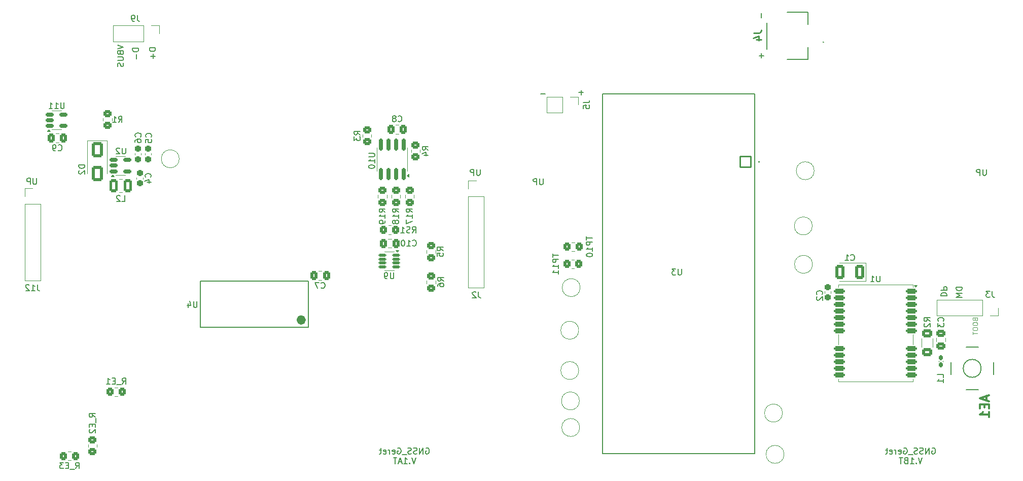
<source format=gbo>
G04 #@! TF.GenerationSoftware,KiCad,Pcbnew,8.0.4*
G04 #@! TF.CreationDate,2024-07-29T00:38:19+02:00*
G04 #@! TF.ProjectId,gps,6770732e-6b69-4636-9164-5f7063625858,rev?*
G04 #@! TF.SameCoordinates,Original*
G04 #@! TF.FileFunction,Legend,Bot*
G04 #@! TF.FilePolarity,Positive*
%FSLAX46Y46*%
G04 Gerber Fmt 4.6, Leading zero omitted, Abs format (unit mm)*
G04 Created by KiCad (PCBNEW 8.0.4) date 2024-07-29 00:38:19*
%MOMM*%
%LPD*%
G01*
G04 APERTURE LIST*
G04 Aperture macros list*
%AMRoundRect*
0 Rectangle with rounded corners*
0 $1 Rounding radius*
0 $2 $3 $4 $5 $6 $7 $8 $9 X,Y pos of 4 corners*
0 Add a 4 corners polygon primitive as box body*
4,1,4,$2,$3,$4,$5,$6,$7,$8,$9,$2,$3,0*
0 Add four circle primitives for the rounded corners*
1,1,$1+$1,$2,$3*
1,1,$1+$1,$4,$5*
1,1,$1+$1,$6,$7*
1,1,$1+$1,$8,$9*
0 Add four rect primitives between the rounded corners*
20,1,$1+$1,$2,$3,$4,$5,0*
20,1,$1+$1,$4,$5,$6,$7,0*
20,1,$1+$1,$6,$7,$8,$9,0*
20,1,$1+$1,$8,$9,$2,$3,0*%
G04 Aperture macros list end*
%ADD10C,0.150000*%
%ADD11C,0.125000*%
%ADD12C,0.304800*%
%ADD13C,0.200000*%
%ADD14C,0.254000*%
%ADD15C,0.127000*%
%ADD16C,0.120000*%
%ADD17C,0.800000*%
%ADD18C,2.000000*%
%ADD19RoundRect,0.102000X0.900000X0.900000X-0.900000X0.900000X-0.900000X-0.900000X0.900000X-0.900000X0*%
%ADD20C,2.004000*%
%ADD21C,4.300000*%
%ADD22C,1.700000*%
%ADD23C,1.800000*%
%ADD24C,1.600000*%
%ADD25C,0.800000*%
%ADD26C,1.803150*%
%ADD27R,1.700000X1.700000*%
%ADD28O,1.700000X1.700000*%
%ADD29R,1.337000X1.337000*%
%ADD30C,1.337000*%
%ADD31R,2.000000X2.000000*%
%ADD32RoundRect,0.150000X0.150000X-0.825000X0.150000X0.825000X-0.150000X0.825000X-0.150000X-0.825000X0*%
%ADD33RoundRect,0.237500X0.237500X-0.300000X0.237500X0.300000X-0.237500X0.300000X-0.237500X-0.300000X0*%
%ADD34RoundRect,0.200000X0.700000X0.200000X-0.700000X0.200000X-0.700000X-0.200000X0.700000X-0.200000X0*%
%ADD35RoundRect,0.250000X-0.337500X-0.475000X0.337500X-0.475000X0.337500X0.475000X-0.337500X0.475000X0*%
%ADD36RoundRect,0.150000X-0.512500X-0.150000X0.512500X-0.150000X0.512500X0.150000X-0.512500X0.150000X0*%
%ADD37RoundRect,0.250000X-0.450000X0.350000X-0.450000X-0.350000X0.450000X-0.350000X0.450000X0.350000X0*%
%ADD38RoundRect,0.250000X0.350000X0.450000X-0.350000X0.450000X-0.350000X-0.450000X0.350000X-0.450000X0*%
%ADD39RoundRect,0.250001X0.462499X0.849999X-0.462499X0.849999X-0.462499X-0.849999X0.462499X-0.849999X0*%
%ADD40RoundRect,0.160000X0.160000X-0.222500X0.160000X0.222500X-0.160000X0.222500X-0.160000X-0.222500X0*%
%ADD41RoundRect,0.250000X-0.475000X0.337500X-0.475000X-0.337500X0.475000X-0.337500X0.475000X0.337500X0*%
%ADD42RoundRect,0.250000X-0.350000X-0.450000X0.350000X-0.450000X0.350000X0.450000X-0.350000X0.450000X0*%
%ADD43RoundRect,0.250000X0.450000X-0.350000X0.450000X0.350000X-0.450000X0.350000X-0.450000X-0.350000X0*%
%ADD44RoundRect,0.250000X0.337500X0.475000X-0.337500X0.475000X-0.337500X-0.475000X0.337500X-0.475000X0*%
%ADD45RoundRect,0.250000X-0.625000X0.400000X-0.625000X-0.400000X0.625000X-0.400000X0.625000X0.400000X0*%
%ADD46RoundRect,0.125000X0.537500X0.125000X-0.537500X0.125000X-0.537500X-0.125000X0.537500X-0.125000X0*%
%ADD47RoundRect,0.250000X-0.650000X1.000000X-0.650000X-1.000000X0.650000X-1.000000X0.650000X1.000000X0*%
%ADD48C,2.300000*%
%ADD49R,0.510000X1.500000*%
%ADD50RoundRect,0.250001X0.499999X0.924999X-0.499999X0.924999X-0.499999X-0.924999X0.499999X-0.924999X0*%
%ADD51R,3.500000X1.000000*%
%ADD52R,3.400000X1.500000*%
G04 APERTURE END LIST*
D10*
X207097619Y-118697550D02*
X207192857Y-118649931D01*
X207192857Y-118649931D02*
X207335714Y-118649931D01*
X207335714Y-118649931D02*
X207478571Y-118697550D01*
X207478571Y-118697550D02*
X207573809Y-118792788D01*
X207573809Y-118792788D02*
X207621428Y-118888026D01*
X207621428Y-118888026D02*
X207669047Y-119078502D01*
X207669047Y-119078502D02*
X207669047Y-119221359D01*
X207669047Y-119221359D02*
X207621428Y-119411835D01*
X207621428Y-119411835D02*
X207573809Y-119507073D01*
X207573809Y-119507073D02*
X207478571Y-119602312D01*
X207478571Y-119602312D02*
X207335714Y-119649931D01*
X207335714Y-119649931D02*
X207240476Y-119649931D01*
X207240476Y-119649931D02*
X207097619Y-119602312D01*
X207097619Y-119602312D02*
X207050000Y-119554692D01*
X207050000Y-119554692D02*
X207050000Y-119221359D01*
X207050000Y-119221359D02*
X207240476Y-119221359D01*
X206621428Y-119649931D02*
X206621428Y-118649931D01*
X206621428Y-118649931D02*
X206050000Y-119649931D01*
X206050000Y-119649931D02*
X206050000Y-118649931D01*
X205621428Y-119602312D02*
X205478571Y-119649931D01*
X205478571Y-119649931D02*
X205240476Y-119649931D01*
X205240476Y-119649931D02*
X205145238Y-119602312D01*
X205145238Y-119602312D02*
X205097619Y-119554692D01*
X205097619Y-119554692D02*
X205050000Y-119459454D01*
X205050000Y-119459454D02*
X205050000Y-119364216D01*
X205050000Y-119364216D02*
X205097619Y-119268978D01*
X205097619Y-119268978D02*
X205145238Y-119221359D01*
X205145238Y-119221359D02*
X205240476Y-119173740D01*
X205240476Y-119173740D02*
X205430952Y-119126121D01*
X205430952Y-119126121D02*
X205526190Y-119078502D01*
X205526190Y-119078502D02*
X205573809Y-119030883D01*
X205573809Y-119030883D02*
X205621428Y-118935645D01*
X205621428Y-118935645D02*
X205621428Y-118840407D01*
X205621428Y-118840407D02*
X205573809Y-118745169D01*
X205573809Y-118745169D02*
X205526190Y-118697550D01*
X205526190Y-118697550D02*
X205430952Y-118649931D01*
X205430952Y-118649931D02*
X205192857Y-118649931D01*
X205192857Y-118649931D02*
X205050000Y-118697550D01*
X204669047Y-119602312D02*
X204526190Y-119649931D01*
X204526190Y-119649931D02*
X204288095Y-119649931D01*
X204288095Y-119649931D02*
X204192857Y-119602312D01*
X204192857Y-119602312D02*
X204145238Y-119554692D01*
X204145238Y-119554692D02*
X204097619Y-119459454D01*
X204097619Y-119459454D02*
X204097619Y-119364216D01*
X204097619Y-119364216D02*
X204145238Y-119268978D01*
X204145238Y-119268978D02*
X204192857Y-119221359D01*
X204192857Y-119221359D02*
X204288095Y-119173740D01*
X204288095Y-119173740D02*
X204478571Y-119126121D01*
X204478571Y-119126121D02*
X204573809Y-119078502D01*
X204573809Y-119078502D02*
X204621428Y-119030883D01*
X204621428Y-119030883D02*
X204669047Y-118935645D01*
X204669047Y-118935645D02*
X204669047Y-118840407D01*
X204669047Y-118840407D02*
X204621428Y-118745169D01*
X204621428Y-118745169D02*
X204573809Y-118697550D01*
X204573809Y-118697550D02*
X204478571Y-118649931D01*
X204478571Y-118649931D02*
X204240476Y-118649931D01*
X204240476Y-118649931D02*
X204097619Y-118697550D01*
X203907143Y-119745169D02*
X203145238Y-119745169D01*
X202383333Y-118697550D02*
X202478571Y-118649931D01*
X202478571Y-118649931D02*
X202621428Y-118649931D01*
X202621428Y-118649931D02*
X202764285Y-118697550D01*
X202764285Y-118697550D02*
X202859523Y-118792788D01*
X202859523Y-118792788D02*
X202907142Y-118888026D01*
X202907142Y-118888026D02*
X202954761Y-119078502D01*
X202954761Y-119078502D02*
X202954761Y-119221359D01*
X202954761Y-119221359D02*
X202907142Y-119411835D01*
X202907142Y-119411835D02*
X202859523Y-119507073D01*
X202859523Y-119507073D02*
X202764285Y-119602312D01*
X202764285Y-119602312D02*
X202621428Y-119649931D01*
X202621428Y-119649931D02*
X202526190Y-119649931D01*
X202526190Y-119649931D02*
X202383333Y-119602312D01*
X202383333Y-119602312D02*
X202335714Y-119554692D01*
X202335714Y-119554692D02*
X202335714Y-119221359D01*
X202335714Y-119221359D02*
X202526190Y-119221359D01*
X201526190Y-119602312D02*
X201621428Y-119649931D01*
X201621428Y-119649931D02*
X201811904Y-119649931D01*
X201811904Y-119649931D02*
X201907142Y-119602312D01*
X201907142Y-119602312D02*
X201954761Y-119507073D01*
X201954761Y-119507073D02*
X201954761Y-119126121D01*
X201954761Y-119126121D02*
X201907142Y-119030883D01*
X201907142Y-119030883D02*
X201811904Y-118983264D01*
X201811904Y-118983264D02*
X201621428Y-118983264D01*
X201621428Y-118983264D02*
X201526190Y-119030883D01*
X201526190Y-119030883D02*
X201478571Y-119126121D01*
X201478571Y-119126121D02*
X201478571Y-119221359D01*
X201478571Y-119221359D02*
X201954761Y-119316597D01*
X201049999Y-119649931D02*
X201049999Y-118983264D01*
X201049999Y-119173740D02*
X201002380Y-119078502D01*
X201002380Y-119078502D02*
X200954761Y-119030883D01*
X200954761Y-119030883D02*
X200859523Y-118983264D01*
X200859523Y-118983264D02*
X200764285Y-118983264D01*
X200049999Y-119602312D02*
X200145237Y-119649931D01*
X200145237Y-119649931D02*
X200335713Y-119649931D01*
X200335713Y-119649931D02*
X200430951Y-119602312D01*
X200430951Y-119602312D02*
X200478570Y-119507073D01*
X200478570Y-119507073D02*
X200478570Y-119126121D01*
X200478570Y-119126121D02*
X200430951Y-119030883D01*
X200430951Y-119030883D02*
X200335713Y-118983264D01*
X200335713Y-118983264D02*
X200145237Y-118983264D01*
X200145237Y-118983264D02*
X200049999Y-119030883D01*
X200049999Y-119030883D02*
X200002380Y-119126121D01*
X200002380Y-119126121D02*
X200002380Y-119221359D01*
X200002380Y-119221359D02*
X200478570Y-119316597D01*
X199716665Y-118983264D02*
X199335713Y-118983264D01*
X199573808Y-118649931D02*
X199573808Y-119507073D01*
X199573808Y-119507073D02*
X199526189Y-119602312D01*
X199526189Y-119602312D02*
X199430951Y-119649931D01*
X199430951Y-119649931D02*
X199335713Y-119649931D01*
X205478570Y-120259875D02*
X205145237Y-121259875D01*
X205145237Y-121259875D02*
X204811904Y-120259875D01*
X204478570Y-121164636D02*
X204430951Y-121212256D01*
X204430951Y-121212256D02*
X204478570Y-121259875D01*
X204478570Y-121259875D02*
X204526189Y-121212256D01*
X204526189Y-121212256D02*
X204478570Y-121164636D01*
X204478570Y-121164636D02*
X204478570Y-121259875D01*
X203478571Y-121259875D02*
X204049999Y-121259875D01*
X203764285Y-121259875D02*
X203764285Y-120259875D01*
X203764285Y-120259875D02*
X203859523Y-120402732D01*
X203859523Y-120402732D02*
X203954761Y-120497970D01*
X203954761Y-120497970D02*
X204049999Y-120545589D01*
X202716666Y-120736065D02*
X202573809Y-120783684D01*
X202573809Y-120783684D02*
X202526190Y-120831303D01*
X202526190Y-120831303D02*
X202478571Y-120926541D01*
X202478571Y-120926541D02*
X202478571Y-121069398D01*
X202478571Y-121069398D02*
X202526190Y-121164636D01*
X202526190Y-121164636D02*
X202573809Y-121212256D01*
X202573809Y-121212256D02*
X202669047Y-121259875D01*
X202669047Y-121259875D02*
X203049999Y-121259875D01*
X203049999Y-121259875D02*
X203049999Y-120259875D01*
X203049999Y-120259875D02*
X202716666Y-120259875D01*
X202716666Y-120259875D02*
X202621428Y-120307494D01*
X202621428Y-120307494D02*
X202573809Y-120355113D01*
X202573809Y-120355113D02*
X202526190Y-120450351D01*
X202526190Y-120450351D02*
X202526190Y-120545589D01*
X202526190Y-120545589D02*
X202573809Y-120640827D01*
X202573809Y-120640827D02*
X202621428Y-120688446D01*
X202621428Y-120688446D02*
X202716666Y-120736065D01*
X202716666Y-120736065D02*
X203049999Y-120736065D01*
X202192856Y-120259875D02*
X201621428Y-120259875D01*
X201907142Y-121259875D02*
X201907142Y-120259875D01*
X122597619Y-118697550D02*
X122692857Y-118649931D01*
X122692857Y-118649931D02*
X122835714Y-118649931D01*
X122835714Y-118649931D02*
X122978571Y-118697550D01*
X122978571Y-118697550D02*
X123073809Y-118792788D01*
X123073809Y-118792788D02*
X123121428Y-118888026D01*
X123121428Y-118888026D02*
X123169047Y-119078502D01*
X123169047Y-119078502D02*
X123169047Y-119221359D01*
X123169047Y-119221359D02*
X123121428Y-119411835D01*
X123121428Y-119411835D02*
X123073809Y-119507073D01*
X123073809Y-119507073D02*
X122978571Y-119602312D01*
X122978571Y-119602312D02*
X122835714Y-119649931D01*
X122835714Y-119649931D02*
X122740476Y-119649931D01*
X122740476Y-119649931D02*
X122597619Y-119602312D01*
X122597619Y-119602312D02*
X122550000Y-119554692D01*
X122550000Y-119554692D02*
X122550000Y-119221359D01*
X122550000Y-119221359D02*
X122740476Y-119221359D01*
X122121428Y-119649931D02*
X122121428Y-118649931D01*
X122121428Y-118649931D02*
X121550000Y-119649931D01*
X121550000Y-119649931D02*
X121550000Y-118649931D01*
X121121428Y-119602312D02*
X120978571Y-119649931D01*
X120978571Y-119649931D02*
X120740476Y-119649931D01*
X120740476Y-119649931D02*
X120645238Y-119602312D01*
X120645238Y-119602312D02*
X120597619Y-119554692D01*
X120597619Y-119554692D02*
X120550000Y-119459454D01*
X120550000Y-119459454D02*
X120550000Y-119364216D01*
X120550000Y-119364216D02*
X120597619Y-119268978D01*
X120597619Y-119268978D02*
X120645238Y-119221359D01*
X120645238Y-119221359D02*
X120740476Y-119173740D01*
X120740476Y-119173740D02*
X120930952Y-119126121D01*
X120930952Y-119126121D02*
X121026190Y-119078502D01*
X121026190Y-119078502D02*
X121073809Y-119030883D01*
X121073809Y-119030883D02*
X121121428Y-118935645D01*
X121121428Y-118935645D02*
X121121428Y-118840407D01*
X121121428Y-118840407D02*
X121073809Y-118745169D01*
X121073809Y-118745169D02*
X121026190Y-118697550D01*
X121026190Y-118697550D02*
X120930952Y-118649931D01*
X120930952Y-118649931D02*
X120692857Y-118649931D01*
X120692857Y-118649931D02*
X120550000Y-118697550D01*
X120169047Y-119602312D02*
X120026190Y-119649931D01*
X120026190Y-119649931D02*
X119788095Y-119649931D01*
X119788095Y-119649931D02*
X119692857Y-119602312D01*
X119692857Y-119602312D02*
X119645238Y-119554692D01*
X119645238Y-119554692D02*
X119597619Y-119459454D01*
X119597619Y-119459454D02*
X119597619Y-119364216D01*
X119597619Y-119364216D02*
X119645238Y-119268978D01*
X119645238Y-119268978D02*
X119692857Y-119221359D01*
X119692857Y-119221359D02*
X119788095Y-119173740D01*
X119788095Y-119173740D02*
X119978571Y-119126121D01*
X119978571Y-119126121D02*
X120073809Y-119078502D01*
X120073809Y-119078502D02*
X120121428Y-119030883D01*
X120121428Y-119030883D02*
X120169047Y-118935645D01*
X120169047Y-118935645D02*
X120169047Y-118840407D01*
X120169047Y-118840407D02*
X120121428Y-118745169D01*
X120121428Y-118745169D02*
X120073809Y-118697550D01*
X120073809Y-118697550D02*
X119978571Y-118649931D01*
X119978571Y-118649931D02*
X119740476Y-118649931D01*
X119740476Y-118649931D02*
X119597619Y-118697550D01*
X119407143Y-119745169D02*
X118645238Y-119745169D01*
X117883333Y-118697550D02*
X117978571Y-118649931D01*
X117978571Y-118649931D02*
X118121428Y-118649931D01*
X118121428Y-118649931D02*
X118264285Y-118697550D01*
X118264285Y-118697550D02*
X118359523Y-118792788D01*
X118359523Y-118792788D02*
X118407142Y-118888026D01*
X118407142Y-118888026D02*
X118454761Y-119078502D01*
X118454761Y-119078502D02*
X118454761Y-119221359D01*
X118454761Y-119221359D02*
X118407142Y-119411835D01*
X118407142Y-119411835D02*
X118359523Y-119507073D01*
X118359523Y-119507073D02*
X118264285Y-119602312D01*
X118264285Y-119602312D02*
X118121428Y-119649931D01*
X118121428Y-119649931D02*
X118026190Y-119649931D01*
X118026190Y-119649931D02*
X117883333Y-119602312D01*
X117883333Y-119602312D02*
X117835714Y-119554692D01*
X117835714Y-119554692D02*
X117835714Y-119221359D01*
X117835714Y-119221359D02*
X118026190Y-119221359D01*
X117026190Y-119602312D02*
X117121428Y-119649931D01*
X117121428Y-119649931D02*
X117311904Y-119649931D01*
X117311904Y-119649931D02*
X117407142Y-119602312D01*
X117407142Y-119602312D02*
X117454761Y-119507073D01*
X117454761Y-119507073D02*
X117454761Y-119126121D01*
X117454761Y-119126121D02*
X117407142Y-119030883D01*
X117407142Y-119030883D02*
X117311904Y-118983264D01*
X117311904Y-118983264D02*
X117121428Y-118983264D01*
X117121428Y-118983264D02*
X117026190Y-119030883D01*
X117026190Y-119030883D02*
X116978571Y-119126121D01*
X116978571Y-119126121D02*
X116978571Y-119221359D01*
X116978571Y-119221359D02*
X117454761Y-119316597D01*
X116549999Y-119649931D02*
X116549999Y-118983264D01*
X116549999Y-119173740D02*
X116502380Y-119078502D01*
X116502380Y-119078502D02*
X116454761Y-119030883D01*
X116454761Y-119030883D02*
X116359523Y-118983264D01*
X116359523Y-118983264D02*
X116264285Y-118983264D01*
X115549999Y-119602312D02*
X115645237Y-119649931D01*
X115645237Y-119649931D02*
X115835713Y-119649931D01*
X115835713Y-119649931D02*
X115930951Y-119602312D01*
X115930951Y-119602312D02*
X115978570Y-119507073D01*
X115978570Y-119507073D02*
X115978570Y-119126121D01*
X115978570Y-119126121D02*
X115930951Y-119030883D01*
X115930951Y-119030883D02*
X115835713Y-118983264D01*
X115835713Y-118983264D02*
X115645237Y-118983264D01*
X115645237Y-118983264D02*
X115549999Y-119030883D01*
X115549999Y-119030883D02*
X115502380Y-119126121D01*
X115502380Y-119126121D02*
X115502380Y-119221359D01*
X115502380Y-119221359D02*
X115978570Y-119316597D01*
X115216665Y-118983264D02*
X114835713Y-118983264D01*
X115073808Y-118649931D02*
X115073808Y-119507073D01*
X115073808Y-119507073D02*
X115026189Y-119602312D01*
X115026189Y-119602312D02*
X114930951Y-119649931D01*
X114930951Y-119649931D02*
X114835713Y-119649931D01*
X120907142Y-120259875D02*
X120573809Y-121259875D01*
X120573809Y-121259875D02*
X120240476Y-120259875D01*
X119907142Y-121164636D02*
X119859523Y-121212256D01*
X119859523Y-121212256D02*
X119907142Y-121259875D01*
X119907142Y-121259875D02*
X119954761Y-121212256D01*
X119954761Y-121212256D02*
X119907142Y-121164636D01*
X119907142Y-121164636D02*
X119907142Y-121259875D01*
X118907143Y-121259875D02*
X119478571Y-121259875D01*
X119192857Y-121259875D02*
X119192857Y-120259875D01*
X119192857Y-120259875D02*
X119288095Y-120402732D01*
X119288095Y-120402732D02*
X119383333Y-120497970D01*
X119383333Y-120497970D02*
X119478571Y-120545589D01*
X118526190Y-120974160D02*
X118050000Y-120974160D01*
X118621428Y-121259875D02*
X118288095Y-120259875D01*
X118288095Y-120259875D02*
X117954762Y-121259875D01*
X117764285Y-120259875D02*
X117192857Y-120259875D01*
X117478571Y-121259875D02*
X117478571Y-120259875D01*
X57613220Y-73669819D02*
X57613220Y-74479342D01*
X57613220Y-74479342D02*
X57565601Y-74574580D01*
X57565601Y-74574580D02*
X57517982Y-74622200D01*
X57517982Y-74622200D02*
X57422744Y-74669819D01*
X57422744Y-74669819D02*
X57232268Y-74669819D01*
X57232268Y-74669819D02*
X57137030Y-74622200D01*
X57137030Y-74622200D02*
X57089411Y-74574580D01*
X57089411Y-74574580D02*
X57041792Y-74479342D01*
X57041792Y-74479342D02*
X57041792Y-73669819D01*
X56565601Y-74669819D02*
X56565601Y-73669819D01*
X56565601Y-73669819D02*
X56184649Y-73669819D01*
X56184649Y-73669819D02*
X56089411Y-73717438D01*
X56089411Y-73717438D02*
X56041792Y-73765057D01*
X56041792Y-73765057D02*
X55994173Y-73860295D01*
X55994173Y-73860295D02*
X55994173Y-74003152D01*
X55994173Y-74003152D02*
X56041792Y-74098390D01*
X56041792Y-74098390D02*
X56089411Y-74146009D01*
X56089411Y-74146009D02*
X56184649Y-74193628D01*
X56184649Y-74193628D02*
X56565601Y-74193628D01*
X131663220Y-72169819D02*
X131663220Y-72979342D01*
X131663220Y-72979342D02*
X131615601Y-73074580D01*
X131615601Y-73074580D02*
X131567982Y-73122200D01*
X131567982Y-73122200D02*
X131472744Y-73169819D01*
X131472744Y-73169819D02*
X131282268Y-73169819D01*
X131282268Y-73169819D02*
X131187030Y-73122200D01*
X131187030Y-73122200D02*
X131139411Y-73074580D01*
X131139411Y-73074580D02*
X131091792Y-72979342D01*
X131091792Y-72979342D02*
X131091792Y-72169819D01*
X130615601Y-73169819D02*
X130615601Y-72169819D01*
X130615601Y-72169819D02*
X130234649Y-72169819D01*
X130234649Y-72169819D02*
X130139411Y-72217438D01*
X130139411Y-72217438D02*
X130091792Y-72265057D01*
X130091792Y-72265057D02*
X130044173Y-72360295D01*
X130044173Y-72360295D02*
X130044173Y-72503152D01*
X130044173Y-72503152D02*
X130091792Y-72598390D01*
X130091792Y-72598390D02*
X130139411Y-72646009D01*
X130139411Y-72646009D02*
X130234649Y-72693628D01*
X130234649Y-72693628D02*
X130615601Y-72693628D01*
X142163220Y-73719819D02*
X142163220Y-74529342D01*
X142163220Y-74529342D02*
X142115601Y-74624580D01*
X142115601Y-74624580D02*
X142067982Y-74672200D01*
X142067982Y-74672200D02*
X141972744Y-74719819D01*
X141972744Y-74719819D02*
X141782268Y-74719819D01*
X141782268Y-74719819D02*
X141687030Y-74672200D01*
X141687030Y-74672200D02*
X141639411Y-74624580D01*
X141639411Y-74624580D02*
X141591792Y-74529342D01*
X141591792Y-74529342D02*
X141591792Y-73719819D01*
X141115601Y-74719819D02*
X141115601Y-73719819D01*
X141115601Y-73719819D02*
X140734649Y-73719819D01*
X140734649Y-73719819D02*
X140639411Y-73767438D01*
X140639411Y-73767438D02*
X140591792Y-73815057D01*
X140591792Y-73815057D02*
X140544173Y-73910295D01*
X140544173Y-73910295D02*
X140544173Y-74053152D01*
X140544173Y-74053152D02*
X140591792Y-74148390D01*
X140591792Y-74148390D02*
X140639411Y-74196009D01*
X140639411Y-74196009D02*
X140734649Y-74243628D01*
X140734649Y-74243628D02*
X141115601Y-74243628D01*
X216163220Y-72169819D02*
X216163220Y-72979342D01*
X216163220Y-72979342D02*
X216115601Y-73074580D01*
X216115601Y-73074580D02*
X216067982Y-73122200D01*
X216067982Y-73122200D02*
X215972744Y-73169819D01*
X215972744Y-73169819D02*
X215782268Y-73169819D01*
X215782268Y-73169819D02*
X215687030Y-73122200D01*
X215687030Y-73122200D02*
X215639411Y-73074580D01*
X215639411Y-73074580D02*
X215591792Y-72979342D01*
X215591792Y-72979342D02*
X215591792Y-72169819D01*
X215115601Y-73169819D02*
X215115601Y-72169819D01*
X215115601Y-72169819D02*
X214734649Y-72169819D01*
X214734649Y-72169819D02*
X214639411Y-72217438D01*
X214639411Y-72217438D02*
X214591792Y-72265057D01*
X214591792Y-72265057D02*
X214544173Y-72360295D01*
X214544173Y-72360295D02*
X214544173Y-72503152D01*
X214544173Y-72503152D02*
X214591792Y-72598390D01*
X214591792Y-72598390D02*
X214639411Y-72646009D01*
X214639411Y-72646009D02*
X214734649Y-72693628D01*
X214734649Y-72693628D02*
X215115601Y-72693628D01*
X208580180Y-93313220D02*
X209580180Y-93313220D01*
X209580180Y-93313220D02*
X209580180Y-93075125D01*
X209580180Y-93075125D02*
X209532561Y-92932268D01*
X209532561Y-92932268D02*
X209437323Y-92837030D01*
X209437323Y-92837030D02*
X209342085Y-92789411D01*
X209342085Y-92789411D02*
X209151609Y-92741792D01*
X209151609Y-92741792D02*
X209008752Y-92741792D01*
X209008752Y-92741792D02*
X208818276Y-92789411D01*
X208818276Y-92789411D02*
X208723038Y-92837030D01*
X208723038Y-92837030D02*
X208627800Y-92932268D01*
X208627800Y-92932268D02*
X208580180Y-93075125D01*
X208580180Y-93075125D02*
X208580180Y-93313220D01*
X208580180Y-92313220D02*
X209580180Y-92313220D01*
X209580180Y-92313220D02*
X209580180Y-91932268D01*
X209580180Y-91932268D02*
X209532561Y-91837030D01*
X209532561Y-91837030D02*
X209484942Y-91789411D01*
X209484942Y-91789411D02*
X209389704Y-91741792D01*
X209389704Y-91741792D02*
X209246847Y-91741792D01*
X209246847Y-91741792D02*
X209151609Y-91789411D01*
X209151609Y-91789411D02*
X209103990Y-91837030D01*
X209103990Y-91837030D02*
X209056371Y-91932268D01*
X209056371Y-91932268D02*
X209056371Y-92313220D01*
X212119819Y-91836779D02*
X211119819Y-91836779D01*
X211119819Y-91836779D02*
X211119819Y-92074874D01*
X211119819Y-92074874D02*
X211167438Y-92217731D01*
X211167438Y-92217731D02*
X211262676Y-92312969D01*
X211262676Y-92312969D02*
X211357914Y-92360588D01*
X211357914Y-92360588D02*
X211548390Y-92408207D01*
X211548390Y-92408207D02*
X211691247Y-92408207D01*
X211691247Y-92408207D02*
X211881723Y-92360588D01*
X211881723Y-92360588D02*
X211976961Y-92312969D01*
X211976961Y-92312969D02*
X212072200Y-92217731D01*
X212072200Y-92217731D02*
X212119819Y-92074874D01*
X212119819Y-92074874D02*
X212119819Y-91836779D01*
X212119819Y-92836779D02*
X211119819Y-92836779D01*
X211119819Y-92836779D02*
X211834104Y-93170112D01*
X211834104Y-93170112D02*
X211119819Y-93503445D01*
X211119819Y-93503445D02*
X212119819Y-93503445D01*
D11*
X214276547Y-97189378D02*
X214314642Y-97303664D01*
X214314642Y-97303664D02*
X214352738Y-97341759D01*
X214352738Y-97341759D02*
X214428928Y-97379855D01*
X214428928Y-97379855D02*
X214543214Y-97379855D01*
X214543214Y-97379855D02*
X214619404Y-97341759D01*
X214619404Y-97341759D02*
X214657500Y-97303664D01*
X214657500Y-97303664D02*
X214695595Y-97227474D01*
X214695595Y-97227474D02*
X214695595Y-96922712D01*
X214695595Y-96922712D02*
X213895595Y-96922712D01*
X213895595Y-96922712D02*
X213895595Y-97189378D01*
X213895595Y-97189378D02*
X213933690Y-97265569D01*
X213933690Y-97265569D02*
X213971785Y-97303664D01*
X213971785Y-97303664D02*
X214047976Y-97341759D01*
X214047976Y-97341759D02*
X214124166Y-97341759D01*
X214124166Y-97341759D02*
X214200357Y-97303664D01*
X214200357Y-97303664D02*
X214238452Y-97265569D01*
X214238452Y-97265569D02*
X214276547Y-97189378D01*
X214276547Y-97189378D02*
X214276547Y-96922712D01*
X213895595Y-97875093D02*
X213895595Y-98027474D01*
X213895595Y-98027474D02*
X213933690Y-98103664D01*
X213933690Y-98103664D02*
X214009880Y-98179855D01*
X214009880Y-98179855D02*
X214162261Y-98217950D01*
X214162261Y-98217950D02*
X214428928Y-98217950D01*
X214428928Y-98217950D02*
X214581309Y-98179855D01*
X214581309Y-98179855D02*
X214657500Y-98103664D01*
X214657500Y-98103664D02*
X214695595Y-98027474D01*
X214695595Y-98027474D02*
X214695595Y-97875093D01*
X214695595Y-97875093D02*
X214657500Y-97798902D01*
X214657500Y-97798902D02*
X214581309Y-97722712D01*
X214581309Y-97722712D02*
X214428928Y-97684616D01*
X214428928Y-97684616D02*
X214162261Y-97684616D01*
X214162261Y-97684616D02*
X214009880Y-97722712D01*
X214009880Y-97722712D02*
X213933690Y-97798902D01*
X213933690Y-97798902D02*
X213895595Y-97875093D01*
X213895595Y-98713188D02*
X213895595Y-98865569D01*
X213895595Y-98865569D02*
X213933690Y-98941759D01*
X213933690Y-98941759D02*
X214009880Y-99017950D01*
X214009880Y-99017950D02*
X214162261Y-99056045D01*
X214162261Y-99056045D02*
X214428928Y-99056045D01*
X214428928Y-99056045D02*
X214581309Y-99017950D01*
X214581309Y-99017950D02*
X214657500Y-98941759D01*
X214657500Y-98941759D02*
X214695595Y-98865569D01*
X214695595Y-98865569D02*
X214695595Y-98713188D01*
X214695595Y-98713188D02*
X214657500Y-98636997D01*
X214657500Y-98636997D02*
X214581309Y-98560807D01*
X214581309Y-98560807D02*
X214428928Y-98522711D01*
X214428928Y-98522711D02*
X214162261Y-98522711D01*
X214162261Y-98522711D02*
X214009880Y-98560807D01*
X214009880Y-98560807D02*
X213933690Y-98636997D01*
X213933690Y-98636997D02*
X213895595Y-98713188D01*
X213895595Y-99284616D02*
X213895595Y-99741759D01*
X214695595Y-99513187D02*
X213895595Y-99513187D01*
D10*
X71119819Y-51413922D02*
X72119819Y-51747255D01*
X72119819Y-51747255D02*
X71119819Y-52080588D01*
X71596009Y-52747255D02*
X71643628Y-52890112D01*
X71643628Y-52890112D02*
X71691247Y-52937731D01*
X71691247Y-52937731D02*
X71786485Y-52985350D01*
X71786485Y-52985350D02*
X71929342Y-52985350D01*
X71929342Y-52985350D02*
X72024580Y-52937731D01*
X72024580Y-52937731D02*
X72072200Y-52890112D01*
X72072200Y-52890112D02*
X72119819Y-52794874D01*
X72119819Y-52794874D02*
X72119819Y-52413922D01*
X72119819Y-52413922D02*
X71119819Y-52413922D01*
X71119819Y-52413922D02*
X71119819Y-52747255D01*
X71119819Y-52747255D02*
X71167438Y-52842493D01*
X71167438Y-52842493D02*
X71215057Y-52890112D01*
X71215057Y-52890112D02*
X71310295Y-52937731D01*
X71310295Y-52937731D02*
X71405533Y-52937731D01*
X71405533Y-52937731D02*
X71500771Y-52890112D01*
X71500771Y-52890112D02*
X71548390Y-52842493D01*
X71548390Y-52842493D02*
X71596009Y-52747255D01*
X71596009Y-52747255D02*
X71596009Y-52413922D01*
X71119819Y-53413922D02*
X71929342Y-53413922D01*
X71929342Y-53413922D02*
X72024580Y-53461541D01*
X72024580Y-53461541D02*
X72072200Y-53509160D01*
X72072200Y-53509160D02*
X72119819Y-53604398D01*
X72119819Y-53604398D02*
X72119819Y-53794874D01*
X72119819Y-53794874D02*
X72072200Y-53890112D01*
X72072200Y-53890112D02*
X72024580Y-53937731D01*
X72024580Y-53937731D02*
X71929342Y-53985350D01*
X71929342Y-53985350D02*
X71119819Y-53985350D01*
X72072200Y-54413922D02*
X72119819Y-54556779D01*
X72119819Y-54556779D02*
X72119819Y-54794874D01*
X72119819Y-54794874D02*
X72072200Y-54890112D01*
X72072200Y-54890112D02*
X72024580Y-54937731D01*
X72024580Y-54937731D02*
X71929342Y-54985350D01*
X71929342Y-54985350D02*
X71834104Y-54985350D01*
X71834104Y-54985350D02*
X71738866Y-54937731D01*
X71738866Y-54937731D02*
X71691247Y-54890112D01*
X71691247Y-54890112D02*
X71643628Y-54794874D01*
X71643628Y-54794874D02*
X71596009Y-54604398D01*
X71596009Y-54604398D02*
X71548390Y-54509160D01*
X71548390Y-54509160D02*
X71500771Y-54461541D01*
X71500771Y-54461541D02*
X71405533Y-54413922D01*
X71405533Y-54413922D02*
X71310295Y-54413922D01*
X71310295Y-54413922D02*
X71215057Y-54461541D01*
X71215057Y-54461541D02*
X71167438Y-54509160D01*
X71167438Y-54509160D02*
X71119819Y-54604398D01*
X71119819Y-54604398D02*
X71119819Y-54842493D01*
X71119819Y-54842493D02*
X71167438Y-54985350D01*
X74639819Y-51986779D02*
X73639819Y-51986779D01*
X73639819Y-51986779D02*
X73639819Y-52224874D01*
X73639819Y-52224874D02*
X73687438Y-52367731D01*
X73687438Y-52367731D02*
X73782676Y-52462969D01*
X73782676Y-52462969D02*
X73877914Y-52510588D01*
X73877914Y-52510588D02*
X74068390Y-52558207D01*
X74068390Y-52558207D02*
X74211247Y-52558207D01*
X74211247Y-52558207D02*
X74401723Y-52510588D01*
X74401723Y-52510588D02*
X74496961Y-52462969D01*
X74496961Y-52462969D02*
X74592200Y-52367731D01*
X74592200Y-52367731D02*
X74639819Y-52224874D01*
X74639819Y-52224874D02*
X74639819Y-51986779D01*
X74258866Y-52986779D02*
X74258866Y-53748684D01*
X77459819Y-51906779D02*
X76459819Y-51906779D01*
X76459819Y-51906779D02*
X76459819Y-52144874D01*
X76459819Y-52144874D02*
X76507438Y-52287731D01*
X76507438Y-52287731D02*
X76602676Y-52382969D01*
X76602676Y-52382969D02*
X76697914Y-52430588D01*
X76697914Y-52430588D02*
X76888390Y-52478207D01*
X76888390Y-52478207D02*
X77031247Y-52478207D01*
X77031247Y-52478207D02*
X77221723Y-52430588D01*
X77221723Y-52430588D02*
X77316961Y-52382969D01*
X77316961Y-52382969D02*
X77412200Y-52287731D01*
X77412200Y-52287731D02*
X77459819Y-52144874D01*
X77459819Y-52144874D02*
X77459819Y-51906779D01*
X77078866Y-52906779D02*
X77078866Y-53668684D01*
X77459819Y-53287731D02*
X76697914Y-53287731D01*
X148541133Y-59713220D02*
X148541133Y-58951316D01*
X148160180Y-59332268D02*
X148922085Y-59332268D01*
X178568866Y-46903220D02*
X178568866Y-46141316D01*
X142493220Y-59538866D02*
X141731316Y-59538866D01*
X178608866Y-52836779D02*
X178608866Y-53598684D01*
X178989819Y-53217731D02*
X178227914Y-53217731D01*
X165274404Y-88774819D02*
X165274404Y-89584342D01*
X165274404Y-89584342D02*
X165226785Y-89679580D01*
X165226785Y-89679580D02*
X165179166Y-89727200D01*
X165179166Y-89727200D02*
X165083928Y-89774819D01*
X165083928Y-89774819D02*
X164893452Y-89774819D01*
X164893452Y-89774819D02*
X164798214Y-89727200D01*
X164798214Y-89727200D02*
X164750595Y-89679580D01*
X164750595Y-89679580D02*
X164702976Y-89584342D01*
X164702976Y-89584342D02*
X164702976Y-88774819D01*
X164322023Y-88774819D02*
X163702976Y-88774819D01*
X163702976Y-88774819D02*
X164036309Y-89155771D01*
X164036309Y-89155771D02*
X163893452Y-89155771D01*
X163893452Y-89155771D02*
X163798214Y-89203390D01*
X163798214Y-89203390D02*
X163750595Y-89251009D01*
X163750595Y-89251009D02*
X163702976Y-89346247D01*
X163702976Y-89346247D02*
X163702976Y-89584342D01*
X163702976Y-89584342D02*
X163750595Y-89679580D01*
X163750595Y-89679580D02*
X163798214Y-89727200D01*
X163798214Y-89727200D02*
X163893452Y-89774819D01*
X163893452Y-89774819D02*
X164179166Y-89774819D01*
X164179166Y-89774819D02*
X164274404Y-89727200D01*
X164274404Y-89727200D02*
X164322023Y-89679580D01*
X113049819Y-69483881D02*
X113859342Y-69483881D01*
X113859342Y-69483881D02*
X113954580Y-69531500D01*
X113954580Y-69531500D02*
X114002200Y-69579119D01*
X114002200Y-69579119D02*
X114049819Y-69674357D01*
X114049819Y-69674357D02*
X114049819Y-69864833D01*
X114049819Y-69864833D02*
X114002200Y-69960071D01*
X114002200Y-69960071D02*
X113954580Y-70007690D01*
X113954580Y-70007690D02*
X113859342Y-70055309D01*
X113859342Y-70055309D02*
X113049819Y-70055309D01*
X114049819Y-71055309D02*
X114049819Y-70483881D01*
X114049819Y-70769595D02*
X113049819Y-70769595D01*
X113049819Y-70769595D02*
X113192676Y-70674357D01*
X113192676Y-70674357D02*
X113287914Y-70579119D01*
X113287914Y-70579119D02*
X113335533Y-70483881D01*
X113049819Y-71674357D02*
X113049819Y-71769595D01*
X113049819Y-71769595D02*
X113097438Y-71864833D01*
X113097438Y-71864833D02*
X113145057Y-71912452D01*
X113145057Y-71912452D02*
X113240295Y-71960071D01*
X113240295Y-71960071D02*
X113430771Y-72007690D01*
X113430771Y-72007690D02*
X113668866Y-72007690D01*
X113668866Y-72007690D02*
X113859342Y-71960071D01*
X113859342Y-71960071D02*
X113954580Y-71912452D01*
X113954580Y-71912452D02*
X114002200Y-71864833D01*
X114002200Y-71864833D02*
X114049819Y-71769595D01*
X114049819Y-71769595D02*
X114049819Y-71674357D01*
X114049819Y-71674357D02*
X114002200Y-71579119D01*
X114002200Y-71579119D02*
X113954580Y-71531500D01*
X113954580Y-71531500D02*
X113859342Y-71483881D01*
X113859342Y-71483881D02*
X113668866Y-71436262D01*
X113668866Y-71436262D02*
X113430771Y-71436262D01*
X113430771Y-71436262D02*
X113240295Y-71483881D01*
X113240295Y-71483881D02*
X113145057Y-71531500D01*
X113145057Y-71531500D02*
X113097438Y-71579119D01*
X113097438Y-71579119D02*
X113049819Y-71674357D01*
X76729510Y-66783333D02*
X76777130Y-66735714D01*
X76777130Y-66735714D02*
X76824749Y-66592857D01*
X76824749Y-66592857D02*
X76824749Y-66497619D01*
X76824749Y-66497619D02*
X76777130Y-66354762D01*
X76777130Y-66354762D02*
X76681891Y-66259524D01*
X76681891Y-66259524D02*
X76586653Y-66211905D01*
X76586653Y-66211905D02*
X76396177Y-66164286D01*
X76396177Y-66164286D02*
X76253320Y-66164286D01*
X76253320Y-66164286D02*
X76062844Y-66211905D01*
X76062844Y-66211905D02*
X75967606Y-66259524D01*
X75967606Y-66259524D02*
X75872368Y-66354762D01*
X75872368Y-66354762D02*
X75824749Y-66497619D01*
X75824749Y-66497619D02*
X75824749Y-66592857D01*
X75824749Y-66592857D02*
X75872368Y-66735714D01*
X75872368Y-66735714D02*
X75919987Y-66783333D01*
X75824749Y-67688095D02*
X75824749Y-67211905D01*
X75824749Y-67211905D02*
X76300939Y-67164286D01*
X76300939Y-67164286D02*
X76253320Y-67211905D01*
X76253320Y-67211905D02*
X76205701Y-67307143D01*
X76205701Y-67307143D02*
X76205701Y-67545238D01*
X76205701Y-67545238D02*
X76253320Y-67640476D01*
X76253320Y-67640476D02*
X76300939Y-67688095D01*
X76300939Y-67688095D02*
X76396177Y-67735714D01*
X76396177Y-67735714D02*
X76634272Y-67735714D01*
X76634272Y-67735714D02*
X76729510Y-67688095D01*
X76729510Y-67688095D02*
X76777130Y-67640476D01*
X76777130Y-67640476D02*
X76824749Y-67545238D01*
X76824749Y-67545238D02*
X76824749Y-67307143D01*
X76824749Y-67307143D02*
X76777130Y-67211905D01*
X76777130Y-67211905D02*
X76729510Y-67164286D01*
X198431904Y-89934819D02*
X198431904Y-90744342D01*
X198431904Y-90744342D02*
X198384285Y-90839580D01*
X198384285Y-90839580D02*
X198336666Y-90887200D01*
X198336666Y-90887200D02*
X198241428Y-90934819D01*
X198241428Y-90934819D02*
X198050952Y-90934819D01*
X198050952Y-90934819D02*
X197955714Y-90887200D01*
X197955714Y-90887200D02*
X197908095Y-90839580D01*
X197908095Y-90839580D02*
X197860476Y-90744342D01*
X197860476Y-90744342D02*
X197860476Y-89934819D01*
X196860476Y-90934819D02*
X197431904Y-90934819D01*
X197146190Y-90934819D02*
X197146190Y-89934819D01*
X197146190Y-89934819D02*
X197241428Y-90077676D01*
X197241428Y-90077676D02*
X197336666Y-90172914D01*
X197336666Y-90172914D02*
X197431904Y-90220533D01*
X131383333Y-92604819D02*
X131383333Y-93319104D01*
X131383333Y-93319104D02*
X131430952Y-93461961D01*
X131430952Y-93461961D02*
X131526190Y-93557200D01*
X131526190Y-93557200D02*
X131669047Y-93604819D01*
X131669047Y-93604819D02*
X131764285Y-93604819D01*
X130954761Y-92700057D02*
X130907142Y-92652438D01*
X130907142Y-92652438D02*
X130811904Y-92604819D01*
X130811904Y-92604819D02*
X130573809Y-92604819D01*
X130573809Y-92604819D02*
X130478571Y-92652438D01*
X130478571Y-92652438D02*
X130430952Y-92700057D01*
X130430952Y-92700057D02*
X130383333Y-92795295D01*
X130383333Y-92795295D02*
X130383333Y-92890533D01*
X130383333Y-92890533D02*
X130430952Y-93033390D01*
X130430952Y-93033390D02*
X131002380Y-93604819D01*
X131002380Y-93604819D02*
X130383333Y-93604819D01*
X105133336Y-91939580D02*
X105180955Y-91987200D01*
X105180955Y-91987200D02*
X105323812Y-92034819D01*
X105323812Y-92034819D02*
X105419050Y-92034819D01*
X105419050Y-92034819D02*
X105561907Y-91987200D01*
X105561907Y-91987200D02*
X105657145Y-91891961D01*
X105657145Y-91891961D02*
X105704764Y-91796723D01*
X105704764Y-91796723D02*
X105752383Y-91606247D01*
X105752383Y-91606247D02*
X105752383Y-91463390D01*
X105752383Y-91463390D02*
X105704764Y-91272914D01*
X105704764Y-91272914D02*
X105657145Y-91177676D01*
X105657145Y-91177676D02*
X105561907Y-91082438D01*
X105561907Y-91082438D02*
X105419050Y-91034819D01*
X105419050Y-91034819D02*
X105323812Y-91034819D01*
X105323812Y-91034819D02*
X105180955Y-91082438D01*
X105180955Y-91082438D02*
X105133336Y-91130057D01*
X104800002Y-91034819D02*
X104133336Y-91034819D01*
X104133336Y-91034819D02*
X104561907Y-92034819D01*
X62228094Y-61014819D02*
X62228094Y-61824342D01*
X62228094Y-61824342D02*
X62180475Y-61919580D01*
X62180475Y-61919580D02*
X62132856Y-61967200D01*
X62132856Y-61967200D02*
X62037618Y-62014819D01*
X62037618Y-62014819D02*
X61847142Y-62014819D01*
X61847142Y-62014819D02*
X61751904Y-61967200D01*
X61751904Y-61967200D02*
X61704285Y-61919580D01*
X61704285Y-61919580D02*
X61656666Y-61824342D01*
X61656666Y-61824342D02*
X61656666Y-61014819D01*
X60656666Y-62014819D02*
X61228094Y-62014819D01*
X60942380Y-62014819D02*
X60942380Y-61014819D01*
X60942380Y-61014819D02*
X61037618Y-61157676D01*
X61037618Y-61157676D02*
X61132856Y-61252914D01*
X61132856Y-61252914D02*
X61228094Y-61300533D01*
X59704285Y-62014819D02*
X60275713Y-62014819D01*
X59989999Y-62014819D02*
X59989999Y-61014819D01*
X59989999Y-61014819D02*
X60085237Y-61157676D01*
X60085237Y-61157676D02*
X60180475Y-61252914D01*
X60180475Y-61252914D02*
X60275713Y-61300533D01*
X217133333Y-92504819D02*
X217133333Y-93219104D01*
X217133333Y-93219104D02*
X217180952Y-93361961D01*
X217180952Y-93361961D02*
X217276190Y-93457200D01*
X217276190Y-93457200D02*
X217419047Y-93504819D01*
X217419047Y-93504819D02*
X217514285Y-93504819D01*
X216752380Y-92504819D02*
X216133333Y-92504819D01*
X216133333Y-92504819D02*
X216466666Y-92885771D01*
X216466666Y-92885771D02*
X216323809Y-92885771D01*
X216323809Y-92885771D02*
X216228571Y-92933390D01*
X216228571Y-92933390D02*
X216180952Y-92981009D01*
X216180952Y-92981009D02*
X216133333Y-93076247D01*
X216133333Y-93076247D02*
X216133333Y-93314342D01*
X216133333Y-93314342D02*
X216180952Y-93409580D01*
X216180952Y-93409580D02*
X216228571Y-93457200D01*
X216228571Y-93457200D02*
X216323809Y-93504819D01*
X216323809Y-93504819D02*
X216609523Y-93504819D01*
X216609523Y-93504819D02*
X216704761Y-93457200D01*
X216704761Y-93457200D02*
X216752380Y-93409580D01*
X125494819Y-85753333D02*
X125018628Y-85420000D01*
X125494819Y-85181905D02*
X124494819Y-85181905D01*
X124494819Y-85181905D02*
X124494819Y-85562857D01*
X124494819Y-85562857D02*
X124542438Y-85658095D01*
X124542438Y-85658095D02*
X124590057Y-85705714D01*
X124590057Y-85705714D02*
X124685295Y-85753333D01*
X124685295Y-85753333D02*
X124828152Y-85753333D01*
X124828152Y-85753333D02*
X124923390Y-85705714D01*
X124923390Y-85705714D02*
X124971009Y-85658095D01*
X124971009Y-85658095D02*
X125018628Y-85562857D01*
X125018628Y-85562857D02*
X125018628Y-85181905D01*
X124494819Y-86658095D02*
X124494819Y-86181905D01*
X124494819Y-86181905D02*
X124971009Y-86134286D01*
X124971009Y-86134286D02*
X124923390Y-86181905D01*
X124923390Y-86181905D02*
X124875771Y-86277143D01*
X124875771Y-86277143D02*
X124875771Y-86515238D01*
X124875771Y-86515238D02*
X124923390Y-86610476D01*
X124923390Y-86610476D02*
X124971009Y-86658095D01*
X124971009Y-86658095D02*
X125066247Y-86705714D01*
X125066247Y-86705714D02*
X125304342Y-86705714D01*
X125304342Y-86705714D02*
X125399580Y-86658095D01*
X125399580Y-86658095D02*
X125447200Y-86610476D01*
X125447200Y-86610476D02*
X125494819Y-86515238D01*
X125494819Y-86515238D02*
X125494819Y-86277143D01*
X125494819Y-86277143D02*
X125447200Y-86181905D01*
X125447200Y-86181905D02*
X125399580Y-86134286D01*
X149424819Y-83371905D02*
X149424819Y-83943333D01*
X150424819Y-83657619D02*
X149424819Y-83657619D01*
X150424819Y-84276667D02*
X149424819Y-84276667D01*
X149424819Y-84276667D02*
X149424819Y-84657619D01*
X149424819Y-84657619D02*
X149472438Y-84752857D01*
X149472438Y-84752857D02*
X149520057Y-84800476D01*
X149520057Y-84800476D02*
X149615295Y-84848095D01*
X149615295Y-84848095D02*
X149758152Y-84848095D01*
X149758152Y-84848095D02*
X149853390Y-84800476D01*
X149853390Y-84800476D02*
X149901009Y-84752857D01*
X149901009Y-84752857D02*
X149948628Y-84657619D01*
X149948628Y-84657619D02*
X149948628Y-84276667D01*
X150424819Y-85800476D02*
X150424819Y-85229048D01*
X150424819Y-85514762D02*
X149424819Y-85514762D01*
X149424819Y-85514762D02*
X149567676Y-85419524D01*
X149567676Y-85419524D02*
X149662914Y-85324286D01*
X149662914Y-85324286D02*
X149710533Y-85229048D01*
X149424819Y-86419524D02*
X149424819Y-86514762D01*
X149424819Y-86514762D02*
X149472438Y-86610000D01*
X149472438Y-86610000D02*
X149520057Y-86657619D01*
X149520057Y-86657619D02*
X149615295Y-86705238D01*
X149615295Y-86705238D02*
X149805771Y-86752857D01*
X149805771Y-86752857D02*
X150043866Y-86752857D01*
X150043866Y-86752857D02*
X150234342Y-86705238D01*
X150234342Y-86705238D02*
X150329580Y-86657619D01*
X150329580Y-86657619D02*
X150377200Y-86610000D01*
X150377200Y-86610000D02*
X150424819Y-86514762D01*
X150424819Y-86514762D02*
X150424819Y-86419524D01*
X150424819Y-86419524D02*
X150377200Y-86324286D01*
X150377200Y-86324286D02*
X150329580Y-86276667D01*
X150329580Y-86276667D02*
X150234342Y-86229048D01*
X150234342Y-86229048D02*
X150043866Y-86181429D01*
X150043866Y-86181429D02*
X149805771Y-86181429D01*
X149805771Y-86181429D02*
X149615295Y-86229048D01*
X149615295Y-86229048D02*
X149520057Y-86276667D01*
X149520057Y-86276667D02*
X149472438Y-86324286D01*
X149472438Y-86324286D02*
X149424819Y-86419524D01*
X188729580Y-93043333D02*
X188777200Y-92995714D01*
X188777200Y-92995714D02*
X188824819Y-92852857D01*
X188824819Y-92852857D02*
X188824819Y-92757619D01*
X188824819Y-92757619D02*
X188777200Y-92614762D01*
X188777200Y-92614762D02*
X188681961Y-92519524D01*
X188681961Y-92519524D02*
X188586723Y-92471905D01*
X188586723Y-92471905D02*
X188396247Y-92424286D01*
X188396247Y-92424286D02*
X188253390Y-92424286D01*
X188253390Y-92424286D02*
X188062914Y-92471905D01*
X188062914Y-92471905D02*
X187967676Y-92519524D01*
X187967676Y-92519524D02*
X187872438Y-92614762D01*
X187872438Y-92614762D02*
X187824819Y-92757619D01*
X187824819Y-92757619D02*
X187824819Y-92852857D01*
X187824819Y-92852857D02*
X187872438Y-92995714D01*
X187872438Y-92995714D02*
X187920057Y-93043333D01*
X187920057Y-93424286D02*
X187872438Y-93471905D01*
X187872438Y-93471905D02*
X187824819Y-93567143D01*
X187824819Y-93567143D02*
X187824819Y-93805238D01*
X187824819Y-93805238D02*
X187872438Y-93900476D01*
X187872438Y-93900476D02*
X187920057Y-93948095D01*
X187920057Y-93948095D02*
X188015295Y-93995714D01*
X188015295Y-93995714D02*
X188110533Y-93995714D01*
X188110533Y-93995714D02*
X188253390Y-93948095D01*
X188253390Y-93948095D02*
X188824819Y-93376667D01*
X188824819Y-93376667D02*
X188824819Y-93995714D01*
X71836596Y-77504819D02*
X72312786Y-77504819D01*
X72312786Y-77504819D02*
X72312786Y-76504819D01*
X71550881Y-76600057D02*
X71503262Y-76552438D01*
X71503262Y-76552438D02*
X71408024Y-76504819D01*
X71408024Y-76504819D02*
X71169929Y-76504819D01*
X71169929Y-76504819D02*
X71074691Y-76552438D01*
X71074691Y-76552438D02*
X71027072Y-76600057D01*
X71027072Y-76600057D02*
X70979453Y-76695295D01*
X70979453Y-76695295D02*
X70979453Y-76790533D01*
X70979453Y-76790533D02*
X71027072Y-76933390D01*
X71027072Y-76933390D02*
X71598500Y-77504819D01*
X71598500Y-77504819D02*
X70979453Y-77504819D01*
X208984819Y-106903333D02*
X208984819Y-106427143D01*
X208984819Y-106427143D02*
X207984819Y-106427143D01*
X208984819Y-107760476D02*
X208984819Y-107189048D01*
X208984819Y-107474762D02*
X207984819Y-107474762D01*
X207984819Y-107474762D02*
X208127676Y-107379524D01*
X208127676Y-107379524D02*
X208222914Y-107284286D01*
X208222914Y-107284286D02*
X208270533Y-107189048D01*
X76634510Y-73483333D02*
X76682130Y-73435714D01*
X76682130Y-73435714D02*
X76729749Y-73292857D01*
X76729749Y-73292857D02*
X76729749Y-73197619D01*
X76729749Y-73197619D02*
X76682130Y-73054762D01*
X76682130Y-73054762D02*
X76586891Y-72959524D01*
X76586891Y-72959524D02*
X76491653Y-72911905D01*
X76491653Y-72911905D02*
X76301177Y-72864286D01*
X76301177Y-72864286D02*
X76158320Y-72864286D01*
X76158320Y-72864286D02*
X75967844Y-72911905D01*
X75967844Y-72911905D02*
X75872606Y-72959524D01*
X75872606Y-72959524D02*
X75777368Y-73054762D01*
X75777368Y-73054762D02*
X75729749Y-73197619D01*
X75729749Y-73197619D02*
X75729749Y-73292857D01*
X75729749Y-73292857D02*
X75777368Y-73435714D01*
X75777368Y-73435714D02*
X75824987Y-73483333D01*
X76063082Y-74340476D02*
X76729749Y-74340476D01*
X75682130Y-74102381D02*
X76396415Y-73864286D01*
X76396415Y-73864286D02*
X76396415Y-74483333D01*
X117986666Y-64139580D02*
X118034285Y-64187200D01*
X118034285Y-64187200D02*
X118177142Y-64234819D01*
X118177142Y-64234819D02*
X118272380Y-64234819D01*
X118272380Y-64234819D02*
X118415237Y-64187200D01*
X118415237Y-64187200D02*
X118510475Y-64091961D01*
X118510475Y-64091961D02*
X118558094Y-63996723D01*
X118558094Y-63996723D02*
X118605713Y-63806247D01*
X118605713Y-63806247D02*
X118605713Y-63663390D01*
X118605713Y-63663390D02*
X118558094Y-63472914D01*
X118558094Y-63472914D02*
X118510475Y-63377676D01*
X118510475Y-63377676D02*
X118415237Y-63282438D01*
X118415237Y-63282438D02*
X118272380Y-63234819D01*
X118272380Y-63234819D02*
X118177142Y-63234819D01*
X118177142Y-63234819D02*
X118034285Y-63282438D01*
X118034285Y-63282438D02*
X117986666Y-63330057D01*
X117415237Y-63663390D02*
X117510475Y-63615771D01*
X117510475Y-63615771D02*
X117558094Y-63568152D01*
X117558094Y-63568152D02*
X117605713Y-63472914D01*
X117605713Y-63472914D02*
X117605713Y-63425295D01*
X117605713Y-63425295D02*
X117558094Y-63330057D01*
X117558094Y-63330057D02*
X117510475Y-63282438D01*
X117510475Y-63282438D02*
X117415237Y-63234819D01*
X117415237Y-63234819D02*
X117224761Y-63234819D01*
X117224761Y-63234819D02*
X117129523Y-63282438D01*
X117129523Y-63282438D02*
X117081904Y-63330057D01*
X117081904Y-63330057D02*
X117034285Y-63425295D01*
X117034285Y-63425295D02*
X117034285Y-63472914D01*
X117034285Y-63472914D02*
X117081904Y-63568152D01*
X117081904Y-63568152D02*
X117129523Y-63615771D01*
X117129523Y-63615771D02*
X117224761Y-63663390D01*
X117224761Y-63663390D02*
X117415237Y-63663390D01*
X117415237Y-63663390D02*
X117510475Y-63711009D01*
X117510475Y-63711009D02*
X117558094Y-63758628D01*
X117558094Y-63758628D02*
X117605713Y-63853866D01*
X117605713Y-63853866D02*
X117605713Y-64044342D01*
X117605713Y-64044342D02*
X117558094Y-64139580D01*
X117558094Y-64139580D02*
X117510475Y-64187200D01*
X117510475Y-64187200D02*
X117415237Y-64234819D01*
X117415237Y-64234819D02*
X117224761Y-64234819D01*
X117224761Y-64234819D02*
X117129523Y-64187200D01*
X117129523Y-64187200D02*
X117081904Y-64139580D01*
X117081904Y-64139580D02*
X117034285Y-64044342D01*
X117034285Y-64044342D02*
X117034285Y-63853866D01*
X117034285Y-63853866D02*
X117081904Y-63758628D01*
X117081904Y-63758628D02*
X117129523Y-63711009D01*
X117129523Y-63711009D02*
X117224761Y-63663390D01*
X208969580Y-97493333D02*
X209017200Y-97445714D01*
X209017200Y-97445714D02*
X209064819Y-97302857D01*
X209064819Y-97302857D02*
X209064819Y-97207619D01*
X209064819Y-97207619D02*
X209017200Y-97064762D01*
X209017200Y-97064762D02*
X208921961Y-96969524D01*
X208921961Y-96969524D02*
X208826723Y-96921905D01*
X208826723Y-96921905D02*
X208636247Y-96874286D01*
X208636247Y-96874286D02*
X208493390Y-96874286D01*
X208493390Y-96874286D02*
X208302914Y-96921905D01*
X208302914Y-96921905D02*
X208207676Y-96969524D01*
X208207676Y-96969524D02*
X208112438Y-97064762D01*
X208112438Y-97064762D02*
X208064819Y-97207619D01*
X208064819Y-97207619D02*
X208064819Y-97302857D01*
X208064819Y-97302857D02*
X208112438Y-97445714D01*
X208112438Y-97445714D02*
X208160057Y-97493333D01*
X208064819Y-97826667D02*
X208064819Y-98445714D01*
X208064819Y-98445714D02*
X208445771Y-98112381D01*
X208445771Y-98112381D02*
X208445771Y-98255238D01*
X208445771Y-98255238D02*
X208493390Y-98350476D01*
X208493390Y-98350476D02*
X208541009Y-98398095D01*
X208541009Y-98398095D02*
X208636247Y-98445714D01*
X208636247Y-98445714D02*
X208874342Y-98445714D01*
X208874342Y-98445714D02*
X208969580Y-98398095D01*
X208969580Y-98398095D02*
X209017200Y-98350476D01*
X209017200Y-98350476D02*
X209064819Y-98255238D01*
X209064819Y-98255238D02*
X209064819Y-97969524D01*
X209064819Y-97969524D02*
X209017200Y-97874286D01*
X209017200Y-97874286D02*
X208969580Y-97826667D01*
X64120000Y-122094819D02*
X64453333Y-121618628D01*
X64691428Y-122094819D02*
X64691428Y-121094819D01*
X64691428Y-121094819D02*
X64310476Y-121094819D01*
X64310476Y-121094819D02*
X64215238Y-121142438D01*
X64215238Y-121142438D02*
X64167619Y-121190057D01*
X64167619Y-121190057D02*
X64120000Y-121285295D01*
X64120000Y-121285295D02*
X64120000Y-121428152D01*
X64120000Y-121428152D02*
X64167619Y-121523390D01*
X64167619Y-121523390D02*
X64215238Y-121571009D01*
X64215238Y-121571009D02*
X64310476Y-121618628D01*
X64310476Y-121618628D02*
X64691428Y-121618628D01*
X63929524Y-122190057D02*
X63167619Y-122190057D01*
X62929523Y-121571009D02*
X62596190Y-121571009D01*
X62453333Y-122094819D02*
X62929523Y-122094819D01*
X62929523Y-122094819D02*
X62929523Y-121094819D01*
X62929523Y-121094819D02*
X62453333Y-121094819D01*
X62119999Y-121094819D02*
X61500952Y-121094819D01*
X61500952Y-121094819D02*
X61834285Y-121475771D01*
X61834285Y-121475771D02*
X61691428Y-121475771D01*
X61691428Y-121475771D02*
X61596190Y-121523390D01*
X61596190Y-121523390D02*
X61548571Y-121571009D01*
X61548571Y-121571009D02*
X61500952Y-121666247D01*
X61500952Y-121666247D02*
X61500952Y-121904342D01*
X61500952Y-121904342D02*
X61548571Y-121999580D01*
X61548571Y-121999580D02*
X61596190Y-122047200D01*
X61596190Y-122047200D02*
X61691428Y-122094819D01*
X61691428Y-122094819D02*
X61977142Y-122094819D01*
X61977142Y-122094819D02*
X62072380Y-122047200D01*
X62072380Y-122047200D02*
X62119999Y-121999580D01*
X115809819Y-79327142D02*
X115333628Y-78993809D01*
X115809819Y-78755714D02*
X114809819Y-78755714D01*
X114809819Y-78755714D02*
X114809819Y-79136666D01*
X114809819Y-79136666D02*
X114857438Y-79231904D01*
X114857438Y-79231904D02*
X114905057Y-79279523D01*
X114905057Y-79279523D02*
X115000295Y-79327142D01*
X115000295Y-79327142D02*
X115143152Y-79327142D01*
X115143152Y-79327142D02*
X115238390Y-79279523D01*
X115238390Y-79279523D02*
X115286009Y-79231904D01*
X115286009Y-79231904D02*
X115333628Y-79136666D01*
X115333628Y-79136666D02*
X115333628Y-78755714D01*
X115809819Y-80279523D02*
X115809819Y-79708095D01*
X115809819Y-79993809D02*
X114809819Y-79993809D01*
X114809819Y-79993809D02*
X114952676Y-79898571D01*
X114952676Y-79898571D02*
X115047914Y-79803333D01*
X115047914Y-79803333D02*
X115095533Y-79708095D01*
X115809819Y-80755714D02*
X115809819Y-80946190D01*
X115809819Y-80946190D02*
X115762200Y-81041428D01*
X115762200Y-81041428D02*
X115714580Y-81089047D01*
X115714580Y-81089047D02*
X115571723Y-81184285D01*
X115571723Y-81184285D02*
X115381247Y-81231904D01*
X115381247Y-81231904D02*
X115000295Y-81231904D01*
X115000295Y-81231904D02*
X114905057Y-81184285D01*
X114905057Y-81184285D02*
X114857438Y-81136666D01*
X114857438Y-81136666D02*
X114809819Y-81041428D01*
X114809819Y-81041428D02*
X114809819Y-80850952D01*
X114809819Y-80850952D02*
X114857438Y-80755714D01*
X114857438Y-80755714D02*
X114905057Y-80708095D01*
X114905057Y-80708095D02*
X115000295Y-80660476D01*
X115000295Y-80660476D02*
X115238390Y-80660476D01*
X115238390Y-80660476D02*
X115333628Y-80708095D01*
X115333628Y-80708095D02*
X115381247Y-80755714D01*
X115381247Y-80755714D02*
X115428866Y-80850952D01*
X115428866Y-80850952D02*
X115428866Y-81041428D01*
X115428866Y-81041428D02*
X115381247Y-81136666D01*
X115381247Y-81136666D02*
X115333628Y-81184285D01*
X115333628Y-81184285D02*
X115238390Y-81231904D01*
X123004819Y-68933333D02*
X122528628Y-68600000D01*
X123004819Y-68361905D02*
X122004819Y-68361905D01*
X122004819Y-68361905D02*
X122004819Y-68742857D01*
X122004819Y-68742857D02*
X122052438Y-68838095D01*
X122052438Y-68838095D02*
X122100057Y-68885714D01*
X122100057Y-68885714D02*
X122195295Y-68933333D01*
X122195295Y-68933333D02*
X122338152Y-68933333D01*
X122338152Y-68933333D02*
X122433390Y-68885714D01*
X122433390Y-68885714D02*
X122481009Y-68838095D01*
X122481009Y-68838095D02*
X122528628Y-68742857D01*
X122528628Y-68742857D02*
X122528628Y-68361905D01*
X122338152Y-69790476D02*
X123004819Y-69790476D01*
X121957200Y-69552381D02*
X122671485Y-69314286D01*
X122671485Y-69314286D02*
X122671485Y-69933333D01*
X120392857Y-84869580D02*
X120440476Y-84917200D01*
X120440476Y-84917200D02*
X120583333Y-84964819D01*
X120583333Y-84964819D02*
X120678571Y-84964819D01*
X120678571Y-84964819D02*
X120821428Y-84917200D01*
X120821428Y-84917200D02*
X120916666Y-84821961D01*
X120916666Y-84821961D02*
X120964285Y-84726723D01*
X120964285Y-84726723D02*
X121011904Y-84536247D01*
X121011904Y-84536247D02*
X121011904Y-84393390D01*
X121011904Y-84393390D02*
X120964285Y-84202914D01*
X120964285Y-84202914D02*
X120916666Y-84107676D01*
X120916666Y-84107676D02*
X120821428Y-84012438D01*
X120821428Y-84012438D02*
X120678571Y-83964819D01*
X120678571Y-83964819D02*
X120583333Y-83964819D01*
X120583333Y-83964819D02*
X120440476Y-84012438D01*
X120440476Y-84012438D02*
X120392857Y-84060057D01*
X119440476Y-84964819D02*
X120011904Y-84964819D01*
X119726190Y-84964819D02*
X119726190Y-83964819D01*
X119726190Y-83964819D02*
X119821428Y-84107676D01*
X119821428Y-84107676D02*
X119916666Y-84202914D01*
X119916666Y-84202914D02*
X120011904Y-84250533D01*
X118821428Y-83964819D02*
X118726190Y-83964819D01*
X118726190Y-83964819D02*
X118630952Y-84012438D01*
X118630952Y-84012438D02*
X118583333Y-84060057D01*
X118583333Y-84060057D02*
X118535714Y-84155295D01*
X118535714Y-84155295D02*
X118488095Y-84345771D01*
X118488095Y-84345771D02*
X118488095Y-84583866D01*
X118488095Y-84583866D02*
X118535714Y-84774342D01*
X118535714Y-84774342D02*
X118583333Y-84869580D01*
X118583333Y-84869580D02*
X118630952Y-84917200D01*
X118630952Y-84917200D02*
X118726190Y-84964819D01*
X118726190Y-84964819D02*
X118821428Y-84964819D01*
X118821428Y-84964819D02*
X118916666Y-84917200D01*
X118916666Y-84917200D02*
X118964285Y-84869580D01*
X118964285Y-84869580D02*
X119011904Y-84774342D01*
X119011904Y-84774342D02*
X119059523Y-84583866D01*
X119059523Y-84583866D02*
X119059523Y-84345771D01*
X119059523Y-84345771D02*
X119011904Y-84155295D01*
X119011904Y-84155295D02*
X118964285Y-84060057D01*
X118964285Y-84060057D02*
X118916666Y-84012438D01*
X118916666Y-84012438D02*
X118821428Y-83964819D01*
X57759523Y-91404819D02*
X57759523Y-92119104D01*
X57759523Y-92119104D02*
X57807142Y-92261961D01*
X57807142Y-92261961D02*
X57902380Y-92357200D01*
X57902380Y-92357200D02*
X58045237Y-92404819D01*
X58045237Y-92404819D02*
X58140475Y-92404819D01*
X56759523Y-92404819D02*
X57330951Y-92404819D01*
X57045237Y-92404819D02*
X57045237Y-91404819D01*
X57045237Y-91404819D02*
X57140475Y-91547676D01*
X57140475Y-91547676D02*
X57235713Y-91642914D01*
X57235713Y-91642914D02*
X57330951Y-91690533D01*
X56378570Y-91500057D02*
X56330951Y-91452438D01*
X56330951Y-91452438D02*
X56235713Y-91404819D01*
X56235713Y-91404819D02*
X55997618Y-91404819D01*
X55997618Y-91404819D02*
X55902380Y-91452438D01*
X55902380Y-91452438D02*
X55854761Y-91500057D01*
X55854761Y-91500057D02*
X55807142Y-91595295D01*
X55807142Y-91595295D02*
X55807142Y-91690533D01*
X55807142Y-91690533D02*
X55854761Y-91833390D01*
X55854761Y-91833390D02*
X56426189Y-92404819D01*
X56426189Y-92404819D02*
X55807142Y-92404819D01*
X206764819Y-97523333D02*
X206288628Y-97190000D01*
X206764819Y-96951905D02*
X205764819Y-96951905D01*
X205764819Y-96951905D02*
X205764819Y-97332857D01*
X205764819Y-97332857D02*
X205812438Y-97428095D01*
X205812438Y-97428095D02*
X205860057Y-97475714D01*
X205860057Y-97475714D02*
X205955295Y-97523333D01*
X205955295Y-97523333D02*
X206098152Y-97523333D01*
X206098152Y-97523333D02*
X206193390Y-97475714D01*
X206193390Y-97475714D02*
X206241009Y-97428095D01*
X206241009Y-97428095D02*
X206288628Y-97332857D01*
X206288628Y-97332857D02*
X206288628Y-96951905D01*
X205860057Y-97904286D02*
X205812438Y-97951905D01*
X205812438Y-97951905D02*
X205764819Y-98047143D01*
X205764819Y-98047143D02*
X205764819Y-98285238D01*
X205764819Y-98285238D02*
X205812438Y-98380476D01*
X205812438Y-98380476D02*
X205860057Y-98428095D01*
X205860057Y-98428095D02*
X205955295Y-98475714D01*
X205955295Y-98475714D02*
X206050533Y-98475714D01*
X206050533Y-98475714D02*
X206193390Y-98428095D01*
X206193390Y-98428095D02*
X206764819Y-97856667D01*
X206764819Y-97856667D02*
X206764819Y-98475714D01*
X125584819Y-90813333D02*
X125108628Y-90480000D01*
X125584819Y-90241905D02*
X124584819Y-90241905D01*
X124584819Y-90241905D02*
X124584819Y-90622857D01*
X124584819Y-90622857D02*
X124632438Y-90718095D01*
X124632438Y-90718095D02*
X124680057Y-90765714D01*
X124680057Y-90765714D02*
X124775295Y-90813333D01*
X124775295Y-90813333D02*
X124918152Y-90813333D01*
X124918152Y-90813333D02*
X125013390Y-90765714D01*
X125013390Y-90765714D02*
X125061009Y-90718095D01*
X125061009Y-90718095D02*
X125108628Y-90622857D01*
X125108628Y-90622857D02*
X125108628Y-90241905D01*
X124584819Y-91670476D02*
X124584819Y-91480000D01*
X124584819Y-91480000D02*
X124632438Y-91384762D01*
X124632438Y-91384762D02*
X124680057Y-91337143D01*
X124680057Y-91337143D02*
X124822914Y-91241905D01*
X124822914Y-91241905D02*
X125013390Y-91194286D01*
X125013390Y-91194286D02*
X125394342Y-91194286D01*
X125394342Y-91194286D02*
X125489580Y-91241905D01*
X125489580Y-91241905D02*
X125537200Y-91289524D01*
X125537200Y-91289524D02*
X125584819Y-91384762D01*
X125584819Y-91384762D02*
X125584819Y-91575238D01*
X125584819Y-91575238D02*
X125537200Y-91670476D01*
X125537200Y-91670476D02*
X125489580Y-91718095D01*
X125489580Y-91718095D02*
X125394342Y-91765714D01*
X125394342Y-91765714D02*
X125156247Y-91765714D01*
X125156247Y-91765714D02*
X125061009Y-91718095D01*
X125061009Y-91718095D02*
X125013390Y-91670476D01*
X125013390Y-91670476D02*
X124965771Y-91575238D01*
X124965771Y-91575238D02*
X124965771Y-91384762D01*
X124965771Y-91384762D02*
X125013390Y-91289524D01*
X125013390Y-91289524D02*
X125061009Y-91241905D01*
X125061009Y-91241905D02*
X125156247Y-91194286D01*
X117241904Y-89404819D02*
X117241904Y-90214342D01*
X117241904Y-90214342D02*
X117194285Y-90309580D01*
X117194285Y-90309580D02*
X117146666Y-90357200D01*
X117146666Y-90357200D02*
X117051428Y-90404819D01*
X117051428Y-90404819D02*
X116860952Y-90404819D01*
X116860952Y-90404819D02*
X116765714Y-90357200D01*
X116765714Y-90357200D02*
X116718095Y-90309580D01*
X116718095Y-90309580D02*
X116670476Y-90214342D01*
X116670476Y-90214342D02*
X116670476Y-89404819D01*
X116146666Y-90404819D02*
X115956190Y-90404819D01*
X115956190Y-90404819D02*
X115860952Y-90357200D01*
X115860952Y-90357200D02*
X115813333Y-90309580D01*
X115813333Y-90309580D02*
X115718095Y-90166723D01*
X115718095Y-90166723D02*
X115670476Y-89976247D01*
X115670476Y-89976247D02*
X115670476Y-89595295D01*
X115670476Y-89595295D02*
X115718095Y-89500057D01*
X115718095Y-89500057D02*
X115765714Y-89452438D01*
X115765714Y-89452438D02*
X115860952Y-89404819D01*
X115860952Y-89404819D02*
X116051428Y-89404819D01*
X116051428Y-89404819D02*
X116146666Y-89452438D01*
X116146666Y-89452438D02*
X116194285Y-89500057D01*
X116194285Y-89500057D02*
X116241904Y-89595295D01*
X116241904Y-89595295D02*
X116241904Y-89833390D01*
X116241904Y-89833390D02*
X116194285Y-89928628D01*
X116194285Y-89928628D02*
X116146666Y-89976247D01*
X116146666Y-89976247D02*
X116051428Y-90023866D01*
X116051428Y-90023866D02*
X115860952Y-90023866D01*
X115860952Y-90023866D02*
X115765714Y-89976247D01*
X115765714Y-89976247D02*
X115718095Y-89928628D01*
X115718095Y-89928628D02*
X115670476Y-89833390D01*
X111644819Y-66393333D02*
X111168628Y-66060000D01*
X111644819Y-65821905D02*
X110644819Y-65821905D01*
X110644819Y-65821905D02*
X110644819Y-66202857D01*
X110644819Y-66202857D02*
X110692438Y-66298095D01*
X110692438Y-66298095D02*
X110740057Y-66345714D01*
X110740057Y-66345714D02*
X110835295Y-66393333D01*
X110835295Y-66393333D02*
X110978152Y-66393333D01*
X110978152Y-66393333D02*
X111073390Y-66345714D01*
X111073390Y-66345714D02*
X111121009Y-66298095D01*
X111121009Y-66298095D02*
X111168628Y-66202857D01*
X111168628Y-66202857D02*
X111168628Y-65821905D01*
X110644819Y-66726667D02*
X110644819Y-67345714D01*
X110644819Y-67345714D02*
X111025771Y-67012381D01*
X111025771Y-67012381D02*
X111025771Y-67155238D01*
X111025771Y-67155238D02*
X111073390Y-67250476D01*
X111073390Y-67250476D02*
X111121009Y-67298095D01*
X111121009Y-67298095D02*
X111216247Y-67345714D01*
X111216247Y-67345714D02*
X111454342Y-67345714D01*
X111454342Y-67345714D02*
X111549580Y-67298095D01*
X111549580Y-67298095D02*
X111597200Y-67250476D01*
X111597200Y-67250476D02*
X111644819Y-67155238D01*
X111644819Y-67155238D02*
X111644819Y-66869524D01*
X111644819Y-66869524D02*
X111597200Y-66774286D01*
X111597200Y-66774286D02*
X111549580Y-66726667D01*
X65664819Y-71421905D02*
X64664819Y-71421905D01*
X64664819Y-71421905D02*
X64664819Y-71660000D01*
X64664819Y-71660000D02*
X64712438Y-71802857D01*
X64712438Y-71802857D02*
X64807676Y-71898095D01*
X64807676Y-71898095D02*
X64902914Y-71945714D01*
X64902914Y-71945714D02*
X65093390Y-71993333D01*
X65093390Y-71993333D02*
X65236247Y-71993333D01*
X65236247Y-71993333D02*
X65426723Y-71945714D01*
X65426723Y-71945714D02*
X65521961Y-71898095D01*
X65521961Y-71898095D02*
X65617200Y-71802857D01*
X65617200Y-71802857D02*
X65664819Y-71660000D01*
X65664819Y-71660000D02*
X65664819Y-71421905D01*
X64760057Y-72374286D02*
X64712438Y-72421905D01*
X64712438Y-72421905D02*
X64664819Y-72517143D01*
X64664819Y-72517143D02*
X64664819Y-72755238D01*
X64664819Y-72755238D02*
X64712438Y-72850476D01*
X64712438Y-72850476D02*
X64760057Y-72898095D01*
X64760057Y-72898095D02*
X64855295Y-72945714D01*
X64855295Y-72945714D02*
X64950533Y-72945714D01*
X64950533Y-72945714D02*
X65093390Y-72898095D01*
X65093390Y-72898095D02*
X65664819Y-72326667D01*
X65664819Y-72326667D02*
X65664819Y-72945714D01*
X118059819Y-79325048D02*
X117583628Y-78991715D01*
X118059819Y-78753620D02*
X117059819Y-78753620D01*
X117059819Y-78753620D02*
X117059819Y-79134572D01*
X117059819Y-79134572D02*
X117107438Y-79229810D01*
X117107438Y-79229810D02*
X117155057Y-79277429D01*
X117155057Y-79277429D02*
X117250295Y-79325048D01*
X117250295Y-79325048D02*
X117393152Y-79325048D01*
X117393152Y-79325048D02*
X117488390Y-79277429D01*
X117488390Y-79277429D02*
X117536009Y-79229810D01*
X117536009Y-79229810D02*
X117583628Y-79134572D01*
X117583628Y-79134572D02*
X117583628Y-78753620D01*
X118059819Y-80277429D02*
X118059819Y-79706001D01*
X118059819Y-79991715D02*
X117059819Y-79991715D01*
X117059819Y-79991715D02*
X117202676Y-79896477D01*
X117202676Y-79896477D02*
X117297914Y-79801239D01*
X117297914Y-79801239D02*
X117345533Y-79706001D01*
X117488390Y-80848858D02*
X117440771Y-80753620D01*
X117440771Y-80753620D02*
X117393152Y-80706001D01*
X117393152Y-80706001D02*
X117297914Y-80658382D01*
X117297914Y-80658382D02*
X117250295Y-80658382D01*
X117250295Y-80658382D02*
X117155057Y-80706001D01*
X117155057Y-80706001D02*
X117107438Y-80753620D01*
X117107438Y-80753620D02*
X117059819Y-80848858D01*
X117059819Y-80848858D02*
X117059819Y-81039334D01*
X117059819Y-81039334D02*
X117107438Y-81134572D01*
X117107438Y-81134572D02*
X117155057Y-81182191D01*
X117155057Y-81182191D02*
X117250295Y-81229810D01*
X117250295Y-81229810D02*
X117297914Y-81229810D01*
X117297914Y-81229810D02*
X117393152Y-81182191D01*
X117393152Y-81182191D02*
X117440771Y-81134572D01*
X117440771Y-81134572D02*
X117488390Y-81039334D01*
X117488390Y-81039334D02*
X117488390Y-80848858D01*
X117488390Y-80848858D02*
X117536009Y-80753620D01*
X117536009Y-80753620D02*
X117583628Y-80706001D01*
X117583628Y-80706001D02*
X117678866Y-80658382D01*
X117678866Y-80658382D02*
X117869342Y-80658382D01*
X117869342Y-80658382D02*
X117964580Y-80706001D01*
X117964580Y-80706001D02*
X118012200Y-80753620D01*
X118012200Y-80753620D02*
X118059819Y-80848858D01*
X118059819Y-80848858D02*
X118059819Y-81039334D01*
X118059819Y-81039334D02*
X118012200Y-81134572D01*
X118012200Y-81134572D02*
X117964580Y-81182191D01*
X117964580Y-81182191D02*
X117869342Y-81229810D01*
X117869342Y-81229810D02*
X117678866Y-81229810D01*
X117678866Y-81229810D02*
X117583628Y-81182191D01*
X117583628Y-81182191D02*
X117536009Y-81134572D01*
X117536009Y-81134572D02*
X117488390Y-81039334D01*
X71910000Y-107994819D02*
X72243333Y-107518628D01*
X72481428Y-107994819D02*
X72481428Y-106994819D01*
X72481428Y-106994819D02*
X72100476Y-106994819D01*
X72100476Y-106994819D02*
X72005238Y-107042438D01*
X72005238Y-107042438D02*
X71957619Y-107090057D01*
X71957619Y-107090057D02*
X71910000Y-107185295D01*
X71910000Y-107185295D02*
X71910000Y-107328152D01*
X71910000Y-107328152D02*
X71957619Y-107423390D01*
X71957619Y-107423390D02*
X72005238Y-107471009D01*
X72005238Y-107471009D02*
X72100476Y-107518628D01*
X72100476Y-107518628D02*
X72481428Y-107518628D01*
X71719524Y-108090057D02*
X70957619Y-108090057D01*
X70719523Y-107471009D02*
X70386190Y-107471009D01*
X70243333Y-107994819D02*
X70719523Y-107994819D01*
X70719523Y-107994819D02*
X70719523Y-106994819D01*
X70719523Y-106994819D02*
X70243333Y-106994819D01*
X69290952Y-107994819D02*
X69862380Y-107994819D01*
X69576666Y-107994819D02*
X69576666Y-106994819D01*
X69576666Y-106994819D02*
X69671904Y-107137676D01*
X69671904Y-107137676D02*
X69767142Y-107232914D01*
X69767142Y-107232914D02*
X69862380Y-107280533D01*
X148924819Y-61046666D02*
X149639104Y-61046666D01*
X149639104Y-61046666D02*
X149781961Y-60999047D01*
X149781961Y-60999047D02*
X149877200Y-60903809D01*
X149877200Y-60903809D02*
X149924819Y-60760952D01*
X149924819Y-60760952D02*
X149924819Y-60665714D01*
X148924819Y-61999047D02*
X148924819Y-61522857D01*
X148924819Y-61522857D02*
X149401009Y-61475238D01*
X149401009Y-61475238D02*
X149353390Y-61522857D01*
X149353390Y-61522857D02*
X149305771Y-61618095D01*
X149305771Y-61618095D02*
X149305771Y-61856190D01*
X149305771Y-61856190D02*
X149353390Y-61951428D01*
X149353390Y-61951428D02*
X149401009Y-61999047D01*
X149401009Y-61999047D02*
X149496247Y-62046666D01*
X149496247Y-62046666D02*
X149734342Y-62046666D01*
X149734342Y-62046666D02*
X149829580Y-61999047D01*
X149829580Y-61999047D02*
X149877200Y-61951428D01*
X149877200Y-61951428D02*
X149924819Y-61856190D01*
X149924819Y-61856190D02*
X149924819Y-61618095D01*
X149924819Y-61618095D02*
X149877200Y-61522857D01*
X149877200Y-61522857D02*
X149829580Y-61475238D01*
D12*
X216223752Y-109971999D02*
X216223752Y-110697714D01*
X216659181Y-109826856D02*
X215135181Y-110334856D01*
X215135181Y-110334856D02*
X216659181Y-110842856D01*
X215860895Y-111350857D02*
X215860895Y-111858857D01*
X216659181Y-112076571D02*
X216659181Y-111350857D01*
X216659181Y-111350857D02*
X215135181Y-111350857D01*
X215135181Y-111350857D02*
X215135181Y-112076571D01*
X216659181Y-113527999D02*
X216659181Y-112657142D01*
X216659181Y-113092571D02*
X215135181Y-113092571D01*
X215135181Y-113092571D02*
X215352895Y-112947428D01*
X215352895Y-112947428D02*
X215498038Y-112802285D01*
X215498038Y-112802285D02*
X215570610Y-112657142D01*
D10*
X71296666Y-64314819D02*
X71629999Y-63838628D01*
X71868094Y-64314819D02*
X71868094Y-63314819D01*
X71868094Y-63314819D02*
X71487142Y-63314819D01*
X71487142Y-63314819D02*
X71391904Y-63362438D01*
X71391904Y-63362438D02*
X71344285Y-63410057D01*
X71344285Y-63410057D02*
X71296666Y-63505295D01*
X71296666Y-63505295D02*
X71296666Y-63648152D01*
X71296666Y-63648152D02*
X71344285Y-63743390D01*
X71344285Y-63743390D02*
X71391904Y-63791009D01*
X71391904Y-63791009D02*
X71487142Y-63838628D01*
X71487142Y-63838628D02*
X71868094Y-63838628D01*
X70344285Y-64314819D02*
X70915713Y-64314819D01*
X70629999Y-64314819D02*
X70629999Y-63314819D01*
X70629999Y-63314819D02*
X70725237Y-63457676D01*
X70725237Y-63457676D02*
X70820475Y-63552914D01*
X70820475Y-63552914D02*
X70915713Y-63600533D01*
D13*
X84391904Y-94202219D02*
X84391904Y-95011742D01*
X84391904Y-95011742D02*
X84344285Y-95106980D01*
X84344285Y-95106980D02*
X84296666Y-95154600D01*
X84296666Y-95154600D02*
X84201428Y-95202219D01*
X84201428Y-95202219D02*
X84010952Y-95202219D01*
X84010952Y-95202219D02*
X83915714Y-95154600D01*
X83915714Y-95154600D02*
X83868095Y-95106980D01*
X83868095Y-95106980D02*
X83820476Y-95011742D01*
X83820476Y-95011742D02*
X83820476Y-94202219D01*
X82915714Y-94535552D02*
X82915714Y-95202219D01*
X83153809Y-94154600D02*
X83391904Y-94868885D01*
X83391904Y-94868885D02*
X82772857Y-94868885D01*
D10*
X61246666Y-68969580D02*
X61294285Y-69017200D01*
X61294285Y-69017200D02*
X61437142Y-69064819D01*
X61437142Y-69064819D02*
X61532380Y-69064819D01*
X61532380Y-69064819D02*
X61675237Y-69017200D01*
X61675237Y-69017200D02*
X61770475Y-68921961D01*
X61770475Y-68921961D02*
X61818094Y-68826723D01*
X61818094Y-68826723D02*
X61865713Y-68636247D01*
X61865713Y-68636247D02*
X61865713Y-68493390D01*
X61865713Y-68493390D02*
X61818094Y-68302914D01*
X61818094Y-68302914D02*
X61770475Y-68207676D01*
X61770475Y-68207676D02*
X61675237Y-68112438D01*
X61675237Y-68112438D02*
X61532380Y-68064819D01*
X61532380Y-68064819D02*
X61437142Y-68064819D01*
X61437142Y-68064819D02*
X61294285Y-68112438D01*
X61294285Y-68112438D02*
X61246666Y-68160057D01*
X60770475Y-69064819D02*
X60579999Y-69064819D01*
X60579999Y-69064819D02*
X60484761Y-69017200D01*
X60484761Y-69017200D02*
X60437142Y-68969580D01*
X60437142Y-68969580D02*
X60341904Y-68826723D01*
X60341904Y-68826723D02*
X60294285Y-68636247D01*
X60294285Y-68636247D02*
X60294285Y-68255295D01*
X60294285Y-68255295D02*
X60341904Y-68160057D01*
X60341904Y-68160057D02*
X60389523Y-68112438D01*
X60389523Y-68112438D02*
X60484761Y-68064819D01*
X60484761Y-68064819D02*
X60675237Y-68064819D01*
X60675237Y-68064819D02*
X60770475Y-68112438D01*
X60770475Y-68112438D02*
X60818094Y-68160057D01*
X60818094Y-68160057D02*
X60865713Y-68255295D01*
X60865713Y-68255295D02*
X60865713Y-68493390D01*
X60865713Y-68493390D02*
X60818094Y-68588628D01*
X60818094Y-68588628D02*
X60770475Y-68636247D01*
X60770475Y-68636247D02*
X60675237Y-68683866D01*
X60675237Y-68683866D02*
X60484761Y-68683866D01*
X60484761Y-68683866D02*
X60389523Y-68636247D01*
X60389523Y-68636247D02*
X60341904Y-68588628D01*
X60341904Y-68588628D02*
X60294285Y-68493390D01*
X193536666Y-87289580D02*
X193584285Y-87337200D01*
X193584285Y-87337200D02*
X193727142Y-87384819D01*
X193727142Y-87384819D02*
X193822380Y-87384819D01*
X193822380Y-87384819D02*
X193965237Y-87337200D01*
X193965237Y-87337200D02*
X194060475Y-87241961D01*
X194060475Y-87241961D02*
X194108094Y-87146723D01*
X194108094Y-87146723D02*
X194155713Y-86956247D01*
X194155713Y-86956247D02*
X194155713Y-86813390D01*
X194155713Y-86813390D02*
X194108094Y-86622914D01*
X194108094Y-86622914D02*
X194060475Y-86527676D01*
X194060475Y-86527676D02*
X193965237Y-86432438D01*
X193965237Y-86432438D02*
X193822380Y-86384819D01*
X193822380Y-86384819D02*
X193727142Y-86384819D01*
X193727142Y-86384819D02*
X193584285Y-86432438D01*
X193584285Y-86432438D02*
X193536666Y-86480057D01*
X192584285Y-87384819D02*
X193155713Y-87384819D01*
X192869999Y-87384819D02*
X192869999Y-86384819D01*
X192869999Y-86384819D02*
X192965237Y-86527676D01*
X192965237Y-86527676D02*
X193060475Y-86622914D01*
X193060475Y-86622914D02*
X193155713Y-86670533D01*
X74979510Y-66733333D02*
X75027130Y-66685714D01*
X75027130Y-66685714D02*
X75074749Y-66542857D01*
X75074749Y-66542857D02*
X75074749Y-66447619D01*
X75074749Y-66447619D02*
X75027130Y-66304762D01*
X75027130Y-66304762D02*
X74931891Y-66209524D01*
X74931891Y-66209524D02*
X74836653Y-66161905D01*
X74836653Y-66161905D02*
X74646177Y-66114286D01*
X74646177Y-66114286D02*
X74503320Y-66114286D01*
X74503320Y-66114286D02*
X74312844Y-66161905D01*
X74312844Y-66161905D02*
X74217606Y-66209524D01*
X74217606Y-66209524D02*
X74122368Y-66304762D01*
X74122368Y-66304762D02*
X74074749Y-66447619D01*
X74074749Y-66447619D02*
X74074749Y-66542857D01*
X74074749Y-66542857D02*
X74122368Y-66685714D01*
X74122368Y-66685714D02*
X74169987Y-66733333D01*
X74074749Y-67590476D02*
X74074749Y-67400000D01*
X74074749Y-67400000D02*
X74122368Y-67304762D01*
X74122368Y-67304762D02*
X74169987Y-67257143D01*
X74169987Y-67257143D02*
X74312844Y-67161905D01*
X74312844Y-67161905D02*
X74503320Y-67114286D01*
X74503320Y-67114286D02*
X74884272Y-67114286D01*
X74884272Y-67114286D02*
X74979510Y-67161905D01*
X74979510Y-67161905D02*
X75027130Y-67209524D01*
X75027130Y-67209524D02*
X75074749Y-67304762D01*
X75074749Y-67304762D02*
X75074749Y-67495238D01*
X75074749Y-67495238D02*
X75027130Y-67590476D01*
X75027130Y-67590476D02*
X74979510Y-67638095D01*
X74979510Y-67638095D02*
X74884272Y-67685714D01*
X74884272Y-67685714D02*
X74646177Y-67685714D01*
X74646177Y-67685714D02*
X74550939Y-67638095D01*
X74550939Y-67638095D02*
X74503320Y-67590476D01*
X74503320Y-67590476D02*
X74455701Y-67495238D01*
X74455701Y-67495238D02*
X74455701Y-67304762D01*
X74455701Y-67304762D02*
X74503320Y-67209524D01*
X74503320Y-67209524D02*
X74550939Y-67161905D01*
X74550939Y-67161905D02*
X74646177Y-67114286D01*
X143764819Y-86241905D02*
X143764819Y-86813333D01*
X144764819Y-86527619D02*
X143764819Y-86527619D01*
X144764819Y-87146667D02*
X143764819Y-87146667D01*
X143764819Y-87146667D02*
X143764819Y-87527619D01*
X143764819Y-87527619D02*
X143812438Y-87622857D01*
X143812438Y-87622857D02*
X143860057Y-87670476D01*
X143860057Y-87670476D02*
X143955295Y-87718095D01*
X143955295Y-87718095D02*
X144098152Y-87718095D01*
X144098152Y-87718095D02*
X144193390Y-87670476D01*
X144193390Y-87670476D02*
X144241009Y-87622857D01*
X144241009Y-87622857D02*
X144288628Y-87527619D01*
X144288628Y-87527619D02*
X144288628Y-87146667D01*
X144764819Y-88670476D02*
X144764819Y-88099048D01*
X144764819Y-88384762D02*
X143764819Y-88384762D01*
X143764819Y-88384762D02*
X143907676Y-88289524D01*
X143907676Y-88289524D02*
X144002914Y-88194286D01*
X144002914Y-88194286D02*
X144050533Y-88099048D01*
X144764819Y-89622857D02*
X144764819Y-89051429D01*
X144764819Y-89337143D02*
X143764819Y-89337143D01*
X143764819Y-89337143D02*
X143907676Y-89241905D01*
X143907676Y-89241905D02*
X144002914Y-89146667D01*
X144002914Y-89146667D02*
X144050533Y-89051429D01*
D14*
X177304318Y-49376667D02*
X178211461Y-49376667D01*
X178211461Y-49376667D02*
X178392889Y-49316190D01*
X178392889Y-49316190D02*
X178513842Y-49195238D01*
X178513842Y-49195238D02*
X178574318Y-49013809D01*
X178574318Y-49013809D02*
X178574318Y-48892857D01*
X177727651Y-50525714D02*
X178574318Y-50525714D01*
X177243842Y-50223333D02*
X178150984Y-49920952D01*
X178150984Y-49920952D02*
X178150984Y-50707143D01*
D10*
X74453333Y-46454819D02*
X74453333Y-47169104D01*
X74453333Y-47169104D02*
X74500952Y-47311961D01*
X74500952Y-47311961D02*
X74596190Y-47407200D01*
X74596190Y-47407200D02*
X74739047Y-47454819D01*
X74739047Y-47454819D02*
X74834285Y-47454819D01*
X73929523Y-47454819D02*
X73739047Y-47454819D01*
X73739047Y-47454819D02*
X73643809Y-47407200D01*
X73643809Y-47407200D02*
X73596190Y-47359580D01*
X73596190Y-47359580D02*
X73500952Y-47216723D01*
X73500952Y-47216723D02*
X73453333Y-47026247D01*
X73453333Y-47026247D02*
X73453333Y-46645295D01*
X73453333Y-46645295D02*
X73500952Y-46550057D01*
X73500952Y-46550057D02*
X73548571Y-46502438D01*
X73548571Y-46502438D02*
X73643809Y-46454819D01*
X73643809Y-46454819D02*
X73834285Y-46454819D01*
X73834285Y-46454819D02*
X73929523Y-46502438D01*
X73929523Y-46502438D02*
X73977142Y-46550057D01*
X73977142Y-46550057D02*
X74024761Y-46645295D01*
X74024761Y-46645295D02*
X74024761Y-46883390D01*
X74024761Y-46883390D02*
X73977142Y-46978628D01*
X73977142Y-46978628D02*
X73929523Y-47026247D01*
X73929523Y-47026247D02*
X73834285Y-47073866D01*
X73834285Y-47073866D02*
X73643809Y-47073866D01*
X73643809Y-47073866D02*
X73548571Y-47026247D01*
X73548571Y-47026247D02*
X73500952Y-46978628D01*
X73500952Y-46978628D02*
X73453333Y-46883390D01*
X120359819Y-79325048D02*
X119883628Y-78991715D01*
X120359819Y-78753620D02*
X119359819Y-78753620D01*
X119359819Y-78753620D02*
X119359819Y-79134572D01*
X119359819Y-79134572D02*
X119407438Y-79229810D01*
X119407438Y-79229810D02*
X119455057Y-79277429D01*
X119455057Y-79277429D02*
X119550295Y-79325048D01*
X119550295Y-79325048D02*
X119693152Y-79325048D01*
X119693152Y-79325048D02*
X119788390Y-79277429D01*
X119788390Y-79277429D02*
X119836009Y-79229810D01*
X119836009Y-79229810D02*
X119883628Y-79134572D01*
X119883628Y-79134572D02*
X119883628Y-78753620D01*
X120359819Y-80277429D02*
X120359819Y-79706001D01*
X120359819Y-79991715D02*
X119359819Y-79991715D01*
X119359819Y-79991715D02*
X119502676Y-79896477D01*
X119502676Y-79896477D02*
X119597914Y-79801239D01*
X119597914Y-79801239D02*
X119645533Y-79706001D01*
X119359819Y-80610763D02*
X119359819Y-81277429D01*
X119359819Y-81277429D02*
X120359819Y-80848858D01*
X72481834Y-68604819D02*
X72481834Y-69414342D01*
X72481834Y-69414342D02*
X72434215Y-69509580D01*
X72434215Y-69509580D02*
X72386596Y-69557200D01*
X72386596Y-69557200D02*
X72291358Y-69604819D01*
X72291358Y-69604819D02*
X72100882Y-69604819D01*
X72100882Y-69604819D02*
X72005644Y-69557200D01*
X72005644Y-69557200D02*
X71958025Y-69509580D01*
X71958025Y-69509580D02*
X71910406Y-69414342D01*
X71910406Y-69414342D02*
X71910406Y-68604819D01*
X71481834Y-68700057D02*
X71434215Y-68652438D01*
X71434215Y-68652438D02*
X71338977Y-68604819D01*
X71338977Y-68604819D02*
X71100882Y-68604819D01*
X71100882Y-68604819D02*
X71005644Y-68652438D01*
X71005644Y-68652438D02*
X70958025Y-68700057D01*
X70958025Y-68700057D02*
X70910406Y-68795295D01*
X70910406Y-68795295D02*
X70910406Y-68890533D01*
X70910406Y-68890533D02*
X70958025Y-69033390D01*
X70958025Y-69033390D02*
X71529453Y-69604819D01*
X71529453Y-69604819D02*
X70910406Y-69604819D01*
X67424819Y-113519999D02*
X66948628Y-113186666D01*
X67424819Y-112948571D02*
X66424819Y-112948571D01*
X66424819Y-112948571D02*
X66424819Y-113329523D01*
X66424819Y-113329523D02*
X66472438Y-113424761D01*
X66472438Y-113424761D02*
X66520057Y-113472380D01*
X66520057Y-113472380D02*
X66615295Y-113519999D01*
X66615295Y-113519999D02*
X66758152Y-113519999D01*
X66758152Y-113519999D02*
X66853390Y-113472380D01*
X66853390Y-113472380D02*
X66901009Y-113424761D01*
X66901009Y-113424761D02*
X66948628Y-113329523D01*
X66948628Y-113329523D02*
X66948628Y-112948571D01*
X67520057Y-113710476D02*
X67520057Y-114472380D01*
X66901009Y-114710476D02*
X66901009Y-115043809D01*
X67424819Y-115186666D02*
X67424819Y-114710476D01*
X67424819Y-114710476D02*
X66424819Y-114710476D01*
X66424819Y-114710476D02*
X66424819Y-115186666D01*
X66520057Y-115567619D02*
X66472438Y-115615238D01*
X66472438Y-115615238D02*
X66424819Y-115710476D01*
X66424819Y-115710476D02*
X66424819Y-115948571D01*
X66424819Y-115948571D02*
X66472438Y-116043809D01*
X66472438Y-116043809D02*
X66520057Y-116091428D01*
X66520057Y-116091428D02*
X66615295Y-116139047D01*
X66615295Y-116139047D02*
X66710533Y-116139047D01*
X66710533Y-116139047D02*
X66853390Y-116091428D01*
X66853390Y-116091428D02*
X67424819Y-115520000D01*
X67424819Y-115520000D02*
X67424819Y-116139047D01*
X120332857Y-82744819D02*
X120666190Y-82268628D01*
X120904285Y-82744819D02*
X120904285Y-81744819D01*
X120904285Y-81744819D02*
X120523333Y-81744819D01*
X120523333Y-81744819D02*
X120428095Y-81792438D01*
X120428095Y-81792438D02*
X120380476Y-81840057D01*
X120380476Y-81840057D02*
X120332857Y-81935295D01*
X120332857Y-81935295D02*
X120332857Y-82078152D01*
X120332857Y-82078152D02*
X120380476Y-82173390D01*
X120380476Y-82173390D02*
X120428095Y-82221009D01*
X120428095Y-82221009D02*
X120523333Y-82268628D01*
X120523333Y-82268628D02*
X120904285Y-82268628D01*
X119951904Y-82697200D02*
X119809047Y-82744819D01*
X119809047Y-82744819D02*
X119570952Y-82744819D01*
X119570952Y-82744819D02*
X119475714Y-82697200D01*
X119475714Y-82697200D02*
X119428095Y-82649580D01*
X119428095Y-82649580D02*
X119380476Y-82554342D01*
X119380476Y-82554342D02*
X119380476Y-82459104D01*
X119380476Y-82459104D02*
X119428095Y-82363866D01*
X119428095Y-82363866D02*
X119475714Y-82316247D01*
X119475714Y-82316247D02*
X119570952Y-82268628D01*
X119570952Y-82268628D02*
X119761428Y-82221009D01*
X119761428Y-82221009D02*
X119856666Y-82173390D01*
X119856666Y-82173390D02*
X119904285Y-82125771D01*
X119904285Y-82125771D02*
X119951904Y-82030533D01*
X119951904Y-82030533D02*
X119951904Y-81935295D01*
X119951904Y-81935295D02*
X119904285Y-81840057D01*
X119904285Y-81840057D02*
X119856666Y-81792438D01*
X119856666Y-81792438D02*
X119761428Y-81744819D01*
X119761428Y-81744819D02*
X119523333Y-81744819D01*
X119523333Y-81744819D02*
X119380476Y-81792438D01*
X118428095Y-82744819D02*
X118999523Y-82744819D01*
X118713809Y-82744819D02*
X118713809Y-81744819D01*
X118713809Y-81744819D02*
X118809047Y-81887676D01*
X118809047Y-81887676D02*
X118904285Y-81982914D01*
X118904285Y-81982914D02*
X118999523Y-82030533D01*
D15*
X177462500Y-119600000D02*
X177462500Y-59600000D01*
X177462500Y-59600000D02*
X152062500Y-59600000D01*
X152062500Y-119600000D02*
X152062500Y-59600000D01*
X177462500Y-119600000D02*
X152062500Y-119600000D01*
D13*
X178312500Y-70920000D02*
G75*
G02*
X178112500Y-70920000I-100000J0D01*
G01*
X178112500Y-70920000D02*
G75*
G02*
X178312500Y-70920000I100000J0D01*
G01*
D16*
X114415000Y-68530000D02*
X114415000Y-70480000D01*
X114415000Y-72430000D02*
X114415000Y-70480000D01*
X119535000Y-68530000D02*
X119535000Y-70480000D01*
X119535000Y-72430000D02*
X119535000Y-70480000D01*
X119770000Y-73420000D02*
X119440000Y-73180000D01*
X119770000Y-72940000D01*
X119770000Y-73420000D01*
G36*
X119770000Y-73420000D02*
G01*
X119440000Y-73180000D01*
X119770000Y-72940000D01*
X119770000Y-73420000D01*
G37*
X182400000Y-119730000D02*
G75*
G02*
X179400000Y-119730000I-1500000J0D01*
G01*
X179400000Y-119730000D02*
G75*
G02*
X182400000Y-119730000I1500000J0D01*
G01*
X75759930Y-69453733D02*
X75759930Y-69746267D01*
X76779930Y-69453733D02*
X76779930Y-69746267D01*
X191460000Y-91370000D02*
X203880000Y-91370000D01*
X191460000Y-91820000D02*
X191460000Y-91370000D01*
X191460000Y-101420000D02*
X191460000Y-99740000D01*
X191460000Y-107580000D02*
X191460000Y-107140000D01*
X191460000Y-107590000D02*
X203880000Y-107590000D01*
X203880000Y-91820000D02*
X203880000Y-91370000D01*
X203880000Y-101420000D02*
X203880000Y-99740000D01*
X203880000Y-107590000D02*
X203880000Y-107140000D01*
X204370000Y-91820000D02*
X204130000Y-91490000D01*
X204610000Y-91490000D01*
X204370000Y-91820000D01*
G36*
X204370000Y-91820000D02*
G01*
X204130000Y-91490000D01*
X204610000Y-91490000D01*
X204370000Y-91820000D01*
G37*
X129669930Y-74050000D02*
X130999930Y-74050000D01*
X129669930Y-75380000D02*
X129669930Y-74050000D01*
X129669930Y-76650000D02*
X132329930Y-76650000D01*
X129669930Y-91950000D02*
X129669930Y-76650000D01*
X129669930Y-91950000D02*
X132329930Y-91950000D01*
X132329930Y-91950000D02*
X132329930Y-76650000D01*
X105227922Y-89165000D02*
X104705418Y-89165000D01*
X105227922Y-90635000D02*
X104705418Y-90635000D01*
X60170000Y-62400000D02*
X60970000Y-62400000D01*
X60170000Y-65520000D02*
X60970000Y-65520000D01*
X61770000Y-62400000D02*
X60970000Y-62400000D01*
X61770000Y-65520000D02*
X60970000Y-65520000D01*
X59910000Y-65800000D02*
X59430000Y-65800000D01*
X59670000Y-65470000D01*
X59910000Y-65800000D01*
G36*
X59910000Y-65800000D02*
G01*
X59430000Y-65800000D01*
X59670000Y-65470000D01*
X59910000Y-65800000D01*
G37*
X207870000Y-93950000D02*
X207870000Y-96610000D01*
X207870000Y-93950000D02*
X215550000Y-93950000D01*
X207870000Y-96610000D02*
X215550000Y-96610000D01*
X215550000Y-93950000D02*
X215550000Y-96610000D01*
X218150000Y-95280000D02*
X218150000Y-96610000D01*
X218150000Y-96610000D02*
X216820000Y-96610000D01*
X122745000Y-86147064D02*
X122745000Y-85692936D01*
X124215000Y-86147064D02*
X124215000Y-85692936D01*
X146972936Y-84365000D02*
X147427064Y-84365000D01*
X146972936Y-85835000D02*
X147427064Y-85835000D01*
X189210000Y-92538733D02*
X189210000Y-92831267D01*
X190230000Y-92538733D02*
X190230000Y-92831267D01*
X71408678Y-73790000D02*
X71931182Y-73790000D01*
X71408678Y-76010000D02*
X71931182Y-76010000D01*
X208230000Y-104099800D02*
X208230000Y-104300200D01*
X208950000Y-104099800D02*
X208950000Y-104300200D01*
X74334930Y-73503733D02*
X74334930Y-73796267D01*
X75354930Y-73503733D02*
X75354930Y-73796267D01*
X81440000Y-70410000D02*
G75*
G02*
X78440000Y-70410000I-1500000J0D01*
G01*
X78440000Y-70410000D02*
G75*
G02*
X81440000Y-70410000I1500000J0D01*
G01*
X118066252Y-64766976D02*
X117543748Y-64766976D01*
X118066252Y-66236976D02*
X117543748Y-66236976D01*
X207845000Y-100851252D02*
X207845000Y-100328748D01*
X209315000Y-100851252D02*
X209315000Y-100328748D01*
X148240000Y-110810000D02*
G75*
G02*
X145240000Y-110810000I-1500000J0D01*
G01*
X145240000Y-110810000D02*
G75*
G02*
X148240000Y-110810000I1500000J0D01*
G01*
X63347064Y-119255000D02*
X62892936Y-119255000D01*
X63347064Y-120725000D02*
X62892936Y-120725000D01*
X114620000Y-76442936D02*
X114620000Y-76897064D01*
X116090000Y-76442936D02*
X116090000Y-76897064D01*
X120155000Y-69317064D02*
X120155000Y-68862936D01*
X121625000Y-69317064D02*
X121625000Y-68862936D01*
X116318748Y-83785000D02*
X116841252Y-83785000D01*
X116318748Y-85255000D02*
X116841252Y-85255000D01*
X55644930Y-75345000D02*
X56974930Y-75345000D01*
X55644930Y-76675000D02*
X55644930Y-75345000D01*
X55644930Y-77945000D02*
X58304930Y-77945000D01*
X55644930Y-90705000D02*
X55644930Y-77945000D01*
X55644930Y-90705000D02*
X58304930Y-90705000D01*
X58304930Y-90705000D02*
X58304930Y-77945000D01*
X182140000Y-112840000D02*
G75*
G02*
X179140000Y-112840000I-1500000J0D01*
G01*
X179140000Y-112840000D02*
G75*
G02*
X182140000Y-112840000I1500000J0D01*
G01*
X205390000Y-101827064D02*
X205390000Y-100372936D01*
X207210000Y-101827064D02*
X207210000Y-100372936D01*
X122745000Y-90752936D02*
X122745000Y-91207064D01*
X124215000Y-90752936D02*
X124215000Y-91207064D01*
X187150000Y-88020000D02*
G75*
G02*
X184150000Y-88020000I-1500000J0D01*
G01*
X184150000Y-88020000D02*
G75*
G02*
X187150000Y-88020000I1500000J0D01*
G01*
X187440000Y-72400000D02*
G75*
G02*
X184440000Y-72400000I-1500000J0D01*
G01*
X184440000Y-72400000D02*
G75*
G02*
X187440000Y-72400000I1500000J0D01*
G01*
X187120000Y-81610000D02*
G75*
G02*
X184120000Y-81610000I-1500000J0D01*
G01*
X184120000Y-81610000D02*
G75*
G02*
X187120000Y-81610000I1500000J0D01*
G01*
X115690000Y-85910000D02*
X116490000Y-85910000D01*
X115690000Y-89030000D02*
X116490000Y-89030000D01*
X117290000Y-85910000D02*
X116490000Y-85910000D01*
X117290000Y-89030000D02*
X116490000Y-89030000D01*
X117790000Y-85985000D02*
X117550000Y-85655000D01*
X118030000Y-85655000D01*
X117790000Y-85985000D01*
G36*
X117790000Y-85985000D02*
G01*
X117550000Y-85655000D01*
X118030000Y-85655000D01*
X117790000Y-85985000D01*
G37*
X112045000Y-66777064D02*
X112045000Y-66322936D01*
X113515000Y-66777064D02*
X113515000Y-66322936D01*
X66090000Y-72890000D02*
X66090000Y-67380000D01*
X69390000Y-67380000D02*
X66090000Y-67380000D01*
X69390000Y-72890000D02*
X69390000Y-67380000D01*
X116870000Y-76440842D02*
X116870000Y-76894970D01*
X118340000Y-76440842D02*
X118340000Y-76894970D01*
X71127064Y-108565000D02*
X70672936Y-108565000D01*
X71127064Y-110035000D02*
X70672936Y-110035000D01*
X148370000Y-91907500D02*
G75*
G02*
X145370000Y-91907500I-1500000J0D01*
G01*
X145370000Y-91907500D02*
G75*
G02*
X148370000Y-91907500I1500000J0D01*
G01*
X142830000Y-60050000D02*
X142830000Y-62710000D01*
X142830000Y-60050000D02*
X145430000Y-60050000D01*
X142830000Y-62710000D02*
X145430000Y-62710000D01*
X145430000Y-60050000D02*
X145430000Y-62710000D01*
X146700000Y-60050000D02*
X148030000Y-60050000D01*
X148030000Y-60050000D02*
X148030000Y-61380000D01*
D13*
X210255250Y-106396000D02*
X210255250Y-104364000D01*
X212795250Y-101824000D02*
X214827250Y-101824000D01*
X212795250Y-108936000D02*
X214827250Y-108936000D01*
X217367250Y-106396000D02*
X217367250Y-104364000D01*
X215311250Y-105380000D02*
G75*
G02*
X212311250Y-105380000I-1500000J0D01*
G01*
X212311250Y-105380000D02*
G75*
G02*
X215311250Y-105380000I1500000J0D01*
G01*
D16*
X148290000Y-115250000D02*
G75*
G02*
X145290000Y-115250000I-1500000J0D01*
G01*
X145290000Y-115250000D02*
G75*
G02*
X148290000Y-115250000I1500000J0D01*
G01*
X68745000Y-63632936D02*
X68745000Y-64087064D01*
X70215000Y-63632936D02*
X70215000Y-64087064D01*
D10*
X85000000Y-90850000D02*
X103000000Y-90850000D01*
X85000000Y-98550000D02*
X85000000Y-90850000D01*
X103000000Y-90850000D02*
X103000000Y-98550000D01*
X103000000Y-98550000D02*
X85000000Y-98550000D01*
D17*
X102200000Y-97300000D02*
G75*
G02*
X101400000Y-97300000I-400000J0D01*
G01*
X101400000Y-97300000D02*
G75*
G02*
X102200000Y-97300000I400000J0D01*
G01*
D16*
X61341252Y-66195000D02*
X60818748Y-66195000D01*
X61341252Y-67665000D02*
X60818748Y-67665000D01*
X191620000Y-90790000D02*
X196005000Y-90790000D01*
X196005000Y-87770000D02*
X191620000Y-87770000D01*
X196005000Y-90790000D02*
X196005000Y-87770000D01*
X74059930Y-69453733D02*
X74059930Y-69746267D01*
X75079930Y-69453733D02*
X75079930Y-69746267D01*
X146932936Y-87232500D02*
X147387064Y-87232500D01*
X146932936Y-88702500D02*
X147387064Y-88702500D01*
X148130000Y-105740000D02*
G75*
G02*
X145130000Y-105740000I-1500000J0D01*
G01*
X145130000Y-105740000D02*
G75*
G02*
X148130000Y-105740000I1500000J0D01*
G01*
D13*
X179529000Y-47694000D02*
X179529000Y-52086000D01*
X182953000Y-45940000D02*
X186378000Y-45940000D01*
X182953000Y-53840000D02*
X186378000Y-53840000D01*
X186378000Y-47990000D02*
X186378000Y-45940000D01*
X186378000Y-51790000D02*
X186378000Y-53840000D01*
X189012000Y-50959000D02*
G75*
G02*
X188908000Y-50959000I-52000J0D01*
G01*
X188908000Y-50959000D02*
G75*
G02*
X189012000Y-50959000I52000J0D01*
G01*
D16*
X148130000Y-99020000D02*
G75*
G02*
X145130000Y-99020000I-1500000J0D01*
G01*
X145130000Y-99020000D02*
G75*
G02*
X148130000Y-99020000I1500000J0D01*
G01*
X70360000Y-48185000D02*
X70360000Y-50845000D01*
X70360000Y-48185000D02*
X75500000Y-48185000D01*
X70360000Y-50845000D02*
X75500000Y-50845000D01*
X75500000Y-48185000D02*
X75500000Y-50845000D01*
X76770000Y-48185000D02*
X78100000Y-48185000D01*
X78100000Y-48185000D02*
X78100000Y-49515000D01*
X119170000Y-76440842D02*
X119170000Y-76894970D01*
X120640000Y-76440842D02*
X120640000Y-76894970D01*
X70819930Y-69990000D02*
X71619930Y-69990000D01*
X70819930Y-73110000D02*
X71619930Y-73110000D01*
X72419930Y-69990000D02*
X71619930Y-69990000D01*
X72419930Y-73110000D02*
X71619930Y-73110000D01*
X70559930Y-73390000D02*
X70079930Y-73390000D01*
X70319930Y-73060000D01*
X70559930Y-73390000D01*
G36*
X70559930Y-73390000D02*
G01*
X70079930Y-73390000D01*
X70319930Y-73060000D01*
X70559930Y-73390000D01*
G37*
X66235000Y-118517064D02*
X66235000Y-118062936D01*
X67705000Y-118517064D02*
X67705000Y-118062936D01*
X116332936Y-81535000D02*
X116787064Y-81535000D01*
X116332936Y-83005000D02*
X116787064Y-83005000D01*
%LPC*%
D18*
X175862500Y-61200000D03*
X153662500Y-118000000D03*
D19*
X176012500Y-70920000D03*
D20*
X176012500Y-73460000D03*
X176012500Y-76000000D03*
X176012500Y-78540000D03*
X176012500Y-81080000D03*
X176012500Y-83620000D03*
X176012500Y-86160000D03*
X176012500Y-88700000D03*
X176012500Y-91240000D03*
X176012500Y-93780000D03*
X176012500Y-96320000D03*
X176012500Y-98860000D03*
X176012500Y-101400000D03*
X176012500Y-103940000D03*
X176012500Y-106480000D03*
X176012500Y-109020000D03*
X176012500Y-111560000D03*
X176012500Y-114100000D03*
X153512500Y-114100000D03*
X153512500Y-111560000D03*
X153512500Y-109020000D03*
X153512500Y-106480000D03*
X153512500Y-93780000D03*
X153512500Y-91240000D03*
X153512500Y-88700000D03*
X153512500Y-86160000D03*
X153512500Y-83620000D03*
X153512500Y-81080000D03*
D21*
X195450000Y-114500000D03*
X146950000Y-70100000D03*
X185500000Y-63350000D03*
D22*
X86250000Y-56050000D03*
X101750000Y-56050000D03*
X86250000Y-58590000D03*
X86250000Y-61130000D03*
X101750000Y-61130000D03*
X101750000Y-58590000D03*
D21*
X125500000Y-114500000D03*
D23*
X105730000Y-49330000D03*
X101030000Y-49330000D03*
D24*
X108930000Y-50930000D03*
X108930000Y-47730000D03*
D23*
X96330000Y-49330000D03*
D24*
X93130000Y-50930000D03*
X93130000Y-47730000D03*
D25*
X85620000Y-49430000D03*
X84970000Y-48430000D03*
X84320000Y-49430000D03*
X83670000Y-48430000D03*
X83020000Y-49430000D03*
D26*
X87895000Y-49540000D03*
X80745000Y-49540000D03*
D21*
X125500000Y-51500000D03*
D22*
X87650000Y-105700000D03*
X90190000Y-105700000D03*
X92730000Y-105700000D03*
X95270000Y-105700000D03*
X97810000Y-105700000D03*
X100350000Y-105700000D03*
X100350000Y-83800000D03*
X97810000Y-83800000D03*
X95270000Y-83800000D03*
X92730000Y-83800000D03*
X90190000Y-83800000D03*
X87650000Y-83800000D03*
X66000000Y-56050000D03*
X81500000Y-56050000D03*
X66000000Y-58590000D03*
X66000000Y-61130000D03*
X81500000Y-61130000D03*
X81500000Y-58590000D03*
D21*
X62500000Y-51500000D03*
D27*
X215450000Y-75380000D03*
D28*
X215450000Y-77920000D03*
X215450000Y-80460000D03*
X215450000Y-83000000D03*
X215450000Y-85540000D03*
X215450000Y-88080000D03*
X215450000Y-90620000D03*
D27*
X141450000Y-76650000D03*
D28*
X141450000Y-79190000D03*
X141450000Y-81730000D03*
X141450000Y-84270000D03*
X141450000Y-86810000D03*
X141450000Y-89350000D03*
D22*
X106500000Y-56050000D03*
X122000000Y-56050000D03*
X106500000Y-58590000D03*
X106500000Y-61130000D03*
X122000000Y-61130000D03*
X122000000Y-58590000D03*
D29*
X87650000Y-119880000D03*
D30*
X90190000Y-119880000D03*
X92730000Y-119880000D03*
X95270000Y-119880000D03*
X97810000Y-119880000D03*
X100350000Y-119880000D03*
X102890000Y-119880000D03*
X102890000Y-109720000D03*
X95270000Y-109720000D03*
X92730000Y-109720000D03*
X87650000Y-109720000D03*
X85110000Y-109720000D03*
D31*
X70000000Y-117000000D03*
D18*
X70000000Y-112000000D03*
X70000000Y-114500000D03*
X55500000Y-117000000D03*
X55500000Y-112000000D03*
D32*
X118880000Y-72955000D03*
X117610000Y-72955000D03*
X116340000Y-72955000D03*
X115070000Y-72955000D03*
X115070000Y-68005000D03*
X116340000Y-68005000D03*
X117610000Y-68005000D03*
X118880000Y-68005000D03*
D18*
X180900000Y-119730000D03*
D33*
X76269930Y-70462500D03*
X76269930Y-68737500D03*
D34*
X203670000Y-92480000D03*
X203670000Y-93580000D03*
X203670000Y-94680000D03*
X203670000Y-95780000D03*
X203670000Y-96880000D03*
X203670000Y-97980000D03*
X203670000Y-99080000D03*
X203670000Y-102080000D03*
X203670000Y-103180000D03*
X203670000Y-104280000D03*
X203670000Y-105380000D03*
X203670000Y-106480000D03*
X191670000Y-106480000D03*
X191670000Y-105380000D03*
X191670000Y-104280000D03*
X191670000Y-103180000D03*
X191670000Y-102080000D03*
X191670000Y-99080000D03*
X191670000Y-97980000D03*
X191670000Y-96880000D03*
X191670000Y-95780000D03*
X191670000Y-94680000D03*
X191670000Y-93580000D03*
X191670000Y-92480000D03*
D27*
X130999930Y-75380000D03*
D28*
X130999930Y-77920000D03*
X130999930Y-80460000D03*
X130999930Y-83000000D03*
X130999930Y-85540000D03*
X130999930Y-88080000D03*
X130999930Y-90620000D03*
D35*
X103929170Y-89900000D03*
X106004170Y-89900000D03*
D36*
X59832500Y-64910000D03*
X59832500Y-63960000D03*
X59832500Y-63010000D03*
X62107500Y-63010000D03*
X62107500Y-64910000D03*
D27*
X216820000Y-95280000D03*
D28*
X214280000Y-95280000D03*
X211740000Y-95280000D03*
X209200000Y-95280000D03*
D37*
X123480000Y-84920000D03*
X123480000Y-86920000D03*
D38*
X148200000Y-85100000D03*
X146200000Y-85100000D03*
D33*
X189720000Y-93547500D03*
X189720000Y-91822500D03*
D39*
X72832430Y-74900000D03*
X70507430Y-74900000D03*
D21*
X210000000Y-51500000D03*
D40*
X208590000Y-104772500D03*
X208590000Y-103627500D03*
D33*
X74844930Y-74512500D03*
X74844930Y-72787500D03*
D18*
X79940000Y-70410000D03*
D35*
X116767500Y-65501976D03*
X118842500Y-65501976D03*
D41*
X208580000Y-99552500D03*
X208580000Y-101627500D03*
D18*
X146740000Y-110810000D03*
D42*
X62120000Y-119990000D03*
X64120000Y-119990000D03*
D43*
X115355000Y-77670000D03*
X115355000Y-75670000D03*
D37*
X120890000Y-68090000D03*
X120890000Y-70090000D03*
D44*
X117617500Y-84520000D03*
X115542500Y-84520000D03*
D27*
X56974930Y-76675000D03*
D28*
X56974930Y-79215000D03*
X56974930Y-81755000D03*
X56974930Y-84295000D03*
X56974930Y-86835000D03*
X56974930Y-89375000D03*
D21*
X210000000Y-114500000D03*
D18*
X180640000Y-112840000D03*
D45*
X206300000Y-99550000D03*
X206300000Y-102650000D03*
D43*
X123480000Y-91980000D03*
X123480000Y-89980000D03*
D18*
X185650000Y-88020000D03*
X185940000Y-72400000D03*
X185620000Y-81610000D03*
D46*
X117627500Y-86495000D03*
X117627500Y-87145000D03*
X117627500Y-87795000D03*
X117627500Y-88445000D03*
X115352500Y-88445000D03*
X115352500Y-87795000D03*
X115352500Y-87145000D03*
X115352500Y-86495000D03*
D37*
X112780000Y-65550000D03*
X112780000Y-67550000D03*
D47*
X67740000Y-68890000D03*
X67740000Y-72890000D03*
D43*
X117605000Y-77667906D03*
X117605000Y-75667906D03*
D42*
X69900000Y-109300000D03*
X71900000Y-109300000D03*
D18*
X146870000Y-91907500D03*
D27*
X146700000Y-61380000D03*
D28*
X144160000Y-61380000D03*
D48*
X213811250Y-105380000D03*
X211271250Y-107920000D03*
X216351250Y-107920000D03*
X211271250Y-102840000D03*
X216351250Y-102840000D03*
D18*
X146790000Y-115250000D03*
D43*
X69480000Y-64860000D03*
X69480000Y-62860000D03*
D49*
X102255000Y-99400000D03*
X100985000Y-99400000D03*
X99715000Y-99400000D03*
X98445000Y-99400000D03*
X97175000Y-99400000D03*
X95905000Y-99400000D03*
X94635000Y-99400000D03*
X93365000Y-99400000D03*
X92095000Y-99400000D03*
X90825000Y-99400000D03*
X89555000Y-99400000D03*
X88285000Y-99400000D03*
X87015000Y-99400000D03*
X85745000Y-99400000D03*
X85745000Y-90000000D03*
X87015000Y-90000000D03*
X88285000Y-90000000D03*
X89555000Y-90000000D03*
X90825000Y-90000000D03*
X92095000Y-90000000D03*
X93365000Y-90000000D03*
X94635000Y-90000000D03*
X95905000Y-90000000D03*
X97175000Y-90000000D03*
X98445000Y-90000000D03*
X99715000Y-90000000D03*
X100985000Y-90000000D03*
X102255000Y-90000000D03*
D35*
X60042500Y-66930000D03*
X62117500Y-66930000D03*
D50*
X194995000Y-89280000D03*
X191745000Y-89280000D03*
D33*
X74569930Y-70462500D03*
X74569930Y-68737500D03*
D38*
X148160000Y-87967500D03*
X146160000Y-87967500D03*
D18*
X146630000Y-105740000D03*
D51*
X186378000Y-50890000D03*
X186378000Y-48890000D03*
D52*
X180828000Y-53240000D03*
X180828000Y-46540000D03*
D18*
X146630000Y-99020000D03*
D27*
X76770000Y-49515000D03*
D28*
X74230000Y-49515000D03*
X71690000Y-49515000D03*
D43*
X119905000Y-77667906D03*
X119905000Y-75667906D03*
D36*
X70482430Y-72500000D03*
X70482430Y-71550000D03*
X70482430Y-70600000D03*
X72757430Y-70600000D03*
X72757430Y-72500000D03*
D37*
X66970000Y-117290000D03*
X66970000Y-119290000D03*
D38*
X117560000Y-82270000D03*
X115560000Y-82270000D03*
D21*
X147000000Y-51500000D03*
%LPD*%
M02*

</source>
